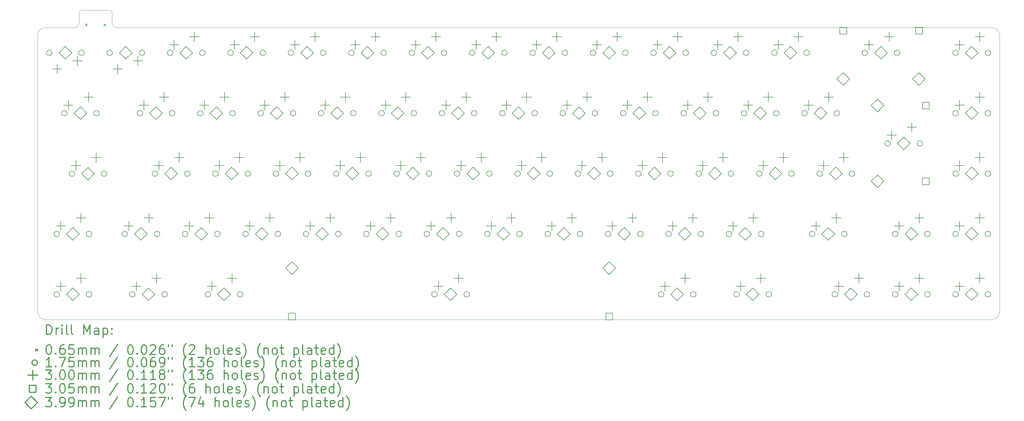
<source format=gbr>
%FSLAX45Y45*%
G04 Gerber Fmt 4.5, Leading zero omitted, Abs format (unit mm)*
G04 Created by KiCad (PCBNEW (5.1.6)-1) date 2021-08-22 23:35:56*
%MOMM*%
%LPD*%
G01*
G04 APERTURE LIST*
%TA.AperFunction,Profile*%
%ADD10C,0.100000*%
%TD*%
%ADD11C,0.200000*%
%ADD12C,0.300000*%
G04 APERTURE END LIST*
D10*
X7262196Y-7458110D02*
G75*
G03*
X7182795Y-7537410I-20J-79381D01*
G01*
X35956295Y-17221210D02*
G75*
G03*
X36194395Y-16983110I129J237971D01*
G01*
X36194395Y-16983110D02*
X36194395Y-8251810D01*
X8214695Y-7854910D02*
G75*
G03*
X8373396Y-8013710I158760J-40D01*
G01*
X8214696Y-7854910D02*
X8214695Y-7537410D01*
X6111195Y-8013710D02*
G75*
G03*
X5873094Y-8251810I40J-238141D01*
G01*
X6111195Y-17221210D02*
X35956295Y-17221210D01*
X7024095Y-8013710D02*
G75*
G03*
X7182795Y-7854910I-59J158760D01*
G01*
X8214695Y-7537410D02*
G75*
G03*
X8135295Y-7458110I-79381J-81D01*
G01*
X5873094Y-16983110D02*
G75*
G03*
X6111195Y-17221210I238141J41D01*
G01*
X7182795Y-7537410D02*
X7182795Y-7854910D01*
X36194395Y-8251810D02*
G75*
G03*
X35956295Y-8013710I-237971J130D01*
G01*
X8135295Y-7458110D02*
X7262196Y-7458110D01*
X35956295Y-8013710D02*
X8373396Y-8013710D01*
X5873094Y-8251810D02*
X5873094Y-16983110D01*
X7024095Y-8013710D02*
X6111195Y-8013710D01*
D11*
X7376224Y-7896776D02*
X7441224Y-7961776D01*
X7441224Y-7896776D02*
X7376224Y-7961776D01*
X7954224Y-7896776D02*
X8019224Y-7961776D01*
X8019224Y-7896776D02*
X7954224Y-7961776D01*
X30376238Y-14522577D02*
G75*
G03*
X30376238Y-14522577I-87500J0D01*
G01*
X31392238Y-14522577D02*
G75*
G03*
X31392238Y-14522577I-87500J0D01*
G01*
X25851863Y-14522577D02*
G75*
G03*
X25851863Y-14522577I-87500J0D01*
G01*
X26867863Y-14522577D02*
G75*
G03*
X26867863Y-14522577I-87500J0D01*
G01*
X17755613Y-8807577D02*
G75*
G03*
X17755613Y-8807577I-87500J0D01*
G01*
X18771613Y-8807577D02*
G75*
G03*
X18771613Y-8807577I-87500J0D01*
G01*
X14421863Y-14522577D02*
G75*
G03*
X14421863Y-14522577I-87500J0D01*
G01*
X15437863Y-14522577D02*
G75*
G03*
X15437863Y-14522577I-87500J0D01*
G01*
X32757488Y-11665077D02*
G75*
G03*
X32757488Y-11665077I-87500J0D01*
G01*
X33773488Y-11665077D02*
G75*
G03*
X33773488Y-11665077I-87500J0D01*
G01*
X24423113Y-10712577D02*
G75*
G03*
X24423113Y-10712577I-87500J0D01*
G01*
X25439113Y-10712577D02*
G75*
G03*
X25439113Y-10712577I-87500J0D01*
G01*
X17279363Y-12617577D02*
G75*
G03*
X17279363Y-12617577I-87500J0D01*
G01*
X18295363Y-12617577D02*
G75*
G03*
X18295363Y-12617577I-87500J0D01*
G01*
X20613113Y-10712577D02*
G75*
G03*
X20613113Y-10712577I-87500J0D01*
G01*
X21629113Y-10712577D02*
G75*
G03*
X21629113Y-10712577I-87500J0D01*
G01*
X6801863Y-10712577D02*
G75*
G03*
X6801863Y-10712577I-87500J0D01*
G01*
X7817863Y-10712577D02*
G75*
G03*
X7817863Y-10712577I-87500J0D01*
G01*
X21089363Y-12617577D02*
G75*
G03*
X21089363Y-12617577I-87500J0D01*
G01*
X22105363Y-12617577D02*
G75*
G03*
X22105363Y-12617577I-87500J0D01*
G01*
X31090613Y-16427577D02*
G75*
G03*
X31090613Y-16427577I-87500J0D01*
G01*
X32106613Y-16427577D02*
G75*
G03*
X32106613Y-16427577I-87500J0D01*
G01*
X12040613Y-8807577D02*
G75*
G03*
X12040613Y-8807577I-87500J0D01*
G01*
X13056613Y-8807577D02*
G75*
G03*
X13056613Y-8807577I-87500J0D01*
G01*
X10135613Y-8807577D02*
G75*
G03*
X10135613Y-8807577I-87500J0D01*
G01*
X11151613Y-8807577D02*
G75*
G03*
X11151613Y-8807577I-87500J0D01*
G01*
X32995613Y-14522577D02*
G75*
G03*
X32995613Y-14522577I-87500J0D01*
G01*
X34011613Y-14522577D02*
G75*
G03*
X34011613Y-14522577I-87500J0D01*
G01*
X6563738Y-16427577D02*
G75*
G03*
X6563738Y-16427577I-87500J0D01*
G01*
X7579738Y-16427577D02*
G75*
G03*
X7579738Y-16427577I-87500J0D01*
G01*
X18708113Y-10712577D02*
G75*
G03*
X18708113Y-10712577I-87500J0D01*
G01*
X19724113Y-10712577D02*
G75*
G03*
X19724113Y-10712577I-87500J0D01*
G01*
X34900613Y-12617577D02*
G75*
G03*
X34900613Y-12617577I-87500J0D01*
G01*
X35916613Y-12617577D02*
G75*
G03*
X35916613Y-12617577I-87500J0D01*
G01*
X30614363Y-12617577D02*
G75*
G03*
X30614363Y-12617577I-87500J0D01*
G01*
X31630363Y-12617577D02*
G75*
G03*
X31630363Y-12617577I-87500J0D01*
G01*
X34900613Y-16427577D02*
G75*
G03*
X34900613Y-16427577I-87500J0D01*
G01*
X35916613Y-16427577D02*
G75*
G03*
X35916613Y-16427577I-87500J0D01*
G01*
X28709363Y-12617577D02*
G75*
G03*
X28709363Y-12617577I-87500J0D01*
G01*
X29725363Y-12617577D02*
G75*
G03*
X29725363Y-12617577I-87500J0D01*
G01*
X12993113Y-10712577D02*
G75*
G03*
X12993113Y-10712577I-87500J0D01*
G01*
X14009113Y-10712577D02*
G75*
G03*
X14009113Y-10712577I-87500J0D01*
G01*
X26804363Y-12617577D02*
G75*
G03*
X26804363Y-12617577I-87500J0D01*
G01*
X27820363Y-12617577D02*
G75*
G03*
X27820363Y-12617577I-87500J0D01*
G01*
X34900613Y-14522577D02*
G75*
G03*
X34900613Y-14522577I-87500J0D01*
G01*
X35916613Y-14522577D02*
G75*
G03*
X35916613Y-14522577I-87500J0D01*
G01*
X11326238Y-16427577D02*
G75*
G03*
X11326238Y-16427577I-87500J0D01*
G01*
X12342238Y-16427577D02*
G75*
G03*
X12342238Y-16427577I-87500J0D01*
G01*
X19660613Y-8807577D02*
G75*
G03*
X19660613Y-8807577I-87500J0D01*
G01*
X20676613Y-8807577D02*
G75*
G03*
X20676613Y-8807577I-87500J0D01*
G01*
X13469363Y-12617577D02*
G75*
G03*
X13469363Y-12617577I-87500J0D01*
G01*
X14485363Y-12617577D02*
G75*
G03*
X14485363Y-12617577I-87500J0D01*
G01*
X13945613Y-8807577D02*
G75*
G03*
X13945613Y-8807577I-87500J0D01*
G01*
X14961613Y-8807577D02*
G75*
G03*
X14961613Y-8807577I-87500J0D01*
G01*
X34900613Y-8807577D02*
G75*
G03*
X34900613Y-8807577I-87500J0D01*
G01*
X35916613Y-8807577D02*
G75*
G03*
X35916613Y-8807577I-87500J0D01*
G01*
X11564363Y-12617577D02*
G75*
G03*
X11564363Y-12617577I-87500J0D01*
G01*
X12580363Y-12617577D02*
G75*
G03*
X12580363Y-12617577I-87500J0D01*
G01*
X25375613Y-8807577D02*
G75*
G03*
X25375613Y-8807577I-87500J0D01*
G01*
X26391613Y-8807577D02*
G75*
G03*
X26391613Y-8807577I-87500J0D01*
G01*
X19184363Y-12617577D02*
G75*
G03*
X19184363Y-12617577I-87500J0D01*
G01*
X20200363Y-12617577D02*
G75*
G03*
X20200363Y-12617577I-87500J0D01*
G01*
X6563738Y-14522577D02*
G75*
G03*
X6563738Y-14522577I-87500J0D01*
G01*
X7579738Y-14522577D02*
G75*
G03*
X7579738Y-14522577I-87500J0D01*
G01*
X32995613Y-16427577D02*
G75*
G03*
X32995613Y-16427577I-87500J0D01*
G01*
X34011613Y-16427577D02*
G75*
G03*
X34011613Y-16427577I-87500J0D01*
G01*
X8230613Y-8807577D02*
G75*
G03*
X8230613Y-8807577I-87500J0D01*
G01*
X9246613Y-8807577D02*
G75*
G03*
X9246613Y-8807577I-87500J0D01*
G01*
X8944988Y-16427577D02*
G75*
G03*
X8944988Y-16427577I-87500J0D01*
G01*
X9960988Y-16427577D02*
G75*
G03*
X9960988Y-16427577I-87500J0D01*
G01*
X27756863Y-14522577D02*
G75*
G03*
X27756863Y-14522577I-87500J0D01*
G01*
X28772863Y-14522577D02*
G75*
G03*
X28772863Y-14522577I-87500J0D01*
G01*
X21565613Y-8807577D02*
G75*
G03*
X21565613Y-8807577I-87500J0D01*
G01*
X22581613Y-8807577D02*
G75*
G03*
X22581613Y-8807577I-87500J0D01*
G01*
X24899363Y-12617577D02*
G75*
G03*
X24899363Y-12617577I-87500J0D01*
G01*
X25915363Y-12617577D02*
G75*
G03*
X25915363Y-12617577I-87500J0D01*
G01*
X16803113Y-10712577D02*
G75*
G03*
X16803113Y-10712577I-87500J0D01*
G01*
X17819113Y-10712577D02*
G75*
G03*
X17819113Y-10712577I-87500J0D01*
G01*
X34900613Y-10712577D02*
G75*
G03*
X34900613Y-10712577I-87500J0D01*
G01*
X35916613Y-10712577D02*
G75*
G03*
X35916613Y-10712577I-87500J0D01*
G01*
X30138113Y-10712577D02*
G75*
G03*
X30138113Y-10712577I-87500J0D01*
G01*
X31154113Y-10712577D02*
G75*
G03*
X31154113Y-10712577I-87500J0D01*
G01*
X23470613Y-8807577D02*
G75*
G03*
X23470613Y-8807577I-87500J0D01*
G01*
X24486613Y-8807577D02*
G75*
G03*
X24486613Y-8807577I-87500J0D01*
G01*
X7040750Y-12619990D02*
G75*
G03*
X7040750Y-12619990I-87500J0D01*
G01*
X8056750Y-12619990D02*
G75*
G03*
X8056750Y-12619990I-87500J0D01*
G01*
X18231863Y-14522577D02*
G75*
G03*
X18231863Y-14522577I-87500J0D01*
G01*
X19247863Y-14522577D02*
G75*
G03*
X19247863Y-14522577I-87500J0D01*
G01*
X18469988Y-16427577D02*
G75*
G03*
X18469988Y-16427577I-87500J0D01*
G01*
X19485988Y-16427577D02*
G75*
G03*
X19485988Y-16427577I-87500J0D01*
G01*
X25613738Y-16427577D02*
G75*
G03*
X25613738Y-16427577I-87500J0D01*
G01*
X26629738Y-16427577D02*
G75*
G03*
X26629738Y-16427577I-87500J0D01*
G01*
X29185613Y-8807577D02*
G75*
G03*
X29185613Y-8807577I-87500J0D01*
G01*
X30201613Y-8807577D02*
G75*
G03*
X30201613Y-8807577I-87500J0D01*
G01*
X8706863Y-14522577D02*
G75*
G03*
X8706863Y-14522577I-87500J0D01*
G01*
X9722863Y-14522577D02*
G75*
G03*
X9722863Y-14522577I-87500J0D01*
G01*
X22518113Y-10712577D02*
G75*
G03*
X22518113Y-10712577I-87500J0D01*
G01*
X23534113Y-10712577D02*
G75*
G03*
X23534113Y-10712577I-87500J0D01*
G01*
X15374363Y-12617577D02*
G75*
G03*
X15374363Y-12617577I-87500J0D01*
G01*
X16390363Y-12617577D02*
G75*
G03*
X16390363Y-12617577I-87500J0D01*
G01*
X32043113Y-8807577D02*
G75*
G03*
X32043113Y-8807577I-87500J0D01*
G01*
X33059113Y-8807577D02*
G75*
G03*
X33059113Y-8807577I-87500J0D01*
G01*
X16326863Y-14522577D02*
G75*
G03*
X16326863Y-14522577I-87500J0D01*
G01*
X17342863Y-14522577D02*
G75*
G03*
X17342863Y-14522577I-87500J0D01*
G01*
X6325613Y-8807577D02*
G75*
G03*
X6325613Y-8807577I-87500J0D01*
G01*
X7341613Y-8807577D02*
G75*
G03*
X7341613Y-8807577I-87500J0D01*
G01*
X20136863Y-14522577D02*
G75*
G03*
X20136863Y-14522577I-87500J0D01*
G01*
X21152863Y-14522577D02*
G75*
G03*
X21152863Y-14522577I-87500J0D01*
G01*
X27994988Y-16427577D02*
G75*
G03*
X27994988Y-16427577I-87500J0D01*
G01*
X29010988Y-16427577D02*
G75*
G03*
X29010988Y-16427577I-87500J0D01*
G01*
X10611863Y-14522577D02*
G75*
G03*
X10611863Y-14522577I-87500J0D01*
G01*
X11627863Y-14522577D02*
G75*
G03*
X11627863Y-14522577I-87500J0D01*
G01*
X9183113Y-10712577D02*
G75*
G03*
X9183113Y-10712577I-87500J0D01*
G01*
X10199113Y-10712577D02*
G75*
G03*
X10199113Y-10712577I-87500J0D01*
G01*
X22994363Y-12617577D02*
G75*
G03*
X22994363Y-12617577I-87500J0D01*
G01*
X24010363Y-12617577D02*
G75*
G03*
X24010363Y-12617577I-87500J0D01*
G01*
X27280613Y-8807577D02*
G75*
G03*
X27280613Y-8807577I-87500J0D01*
G01*
X28296613Y-8807577D02*
G75*
G03*
X28296613Y-8807577I-87500J0D01*
G01*
X26328113Y-10712577D02*
G75*
G03*
X26328113Y-10712577I-87500J0D01*
G01*
X27344113Y-10712577D02*
G75*
G03*
X27344113Y-10712577I-87500J0D01*
G01*
X23946863Y-14522577D02*
G75*
G03*
X23946863Y-14522577I-87500J0D01*
G01*
X24962863Y-14522577D02*
G75*
G03*
X24962863Y-14522577I-87500J0D01*
G01*
X22041863Y-14522577D02*
G75*
G03*
X22041863Y-14522577I-87500J0D01*
G01*
X23057863Y-14522577D02*
G75*
G03*
X23057863Y-14522577I-87500J0D01*
G01*
X15850613Y-8807577D02*
G75*
G03*
X15850613Y-8807577I-87500J0D01*
G01*
X16866613Y-8807577D02*
G75*
G03*
X16866613Y-8807577I-87500J0D01*
G01*
X12516863Y-14522577D02*
G75*
G03*
X12516863Y-14522577I-87500J0D01*
G01*
X13532863Y-14522577D02*
G75*
G03*
X13532863Y-14522577I-87500J0D01*
G01*
X14898113Y-10712577D02*
G75*
G03*
X14898113Y-10712577I-87500J0D01*
G01*
X15914113Y-10712577D02*
G75*
G03*
X15914113Y-10712577I-87500J0D01*
G01*
X9659363Y-12617577D02*
G75*
G03*
X9659363Y-12617577I-87500J0D01*
G01*
X10675363Y-12617577D02*
G75*
G03*
X10675363Y-12617577I-87500J0D01*
G01*
X11088113Y-10712577D02*
G75*
G03*
X11088113Y-10712577I-87500J0D01*
G01*
X12104113Y-10712577D02*
G75*
G03*
X12104113Y-10712577I-87500J0D01*
G01*
X28233113Y-10712577D02*
G75*
G03*
X28233113Y-10712577I-87500J0D01*
G01*
X29249113Y-10712577D02*
G75*
G03*
X29249113Y-10712577I-87500J0D01*
G01*
X30415738Y-14118577D02*
X30415738Y-14418577D01*
X30265738Y-14268577D02*
X30565738Y-14268577D01*
X31050738Y-13864577D02*
X31050738Y-14164577D01*
X30900738Y-14014577D02*
X31200738Y-14014577D01*
X25891363Y-14118577D02*
X25891363Y-14418577D01*
X25741363Y-14268577D02*
X26041363Y-14268577D01*
X26526363Y-13864577D02*
X26526363Y-14164577D01*
X26376363Y-14014577D02*
X26676363Y-14014577D01*
X17795113Y-8403577D02*
X17795113Y-8703577D01*
X17645113Y-8553577D02*
X17945113Y-8553577D01*
X18430113Y-8149577D02*
X18430113Y-8449577D01*
X18280113Y-8299577D02*
X18580113Y-8299577D01*
X14461363Y-14118577D02*
X14461363Y-14418577D01*
X14311363Y-14268577D02*
X14611363Y-14268577D01*
X15096363Y-13864577D02*
X15096363Y-14164577D01*
X14946363Y-14014577D02*
X15246363Y-14014577D01*
X32796988Y-11261077D02*
X32796988Y-11561077D01*
X32646988Y-11411077D02*
X32946988Y-11411077D01*
X33431988Y-11007077D02*
X33431988Y-11307077D01*
X33281988Y-11157077D02*
X33581988Y-11157077D01*
X24462613Y-10308577D02*
X24462613Y-10608577D01*
X24312613Y-10458577D02*
X24612613Y-10458577D01*
X25097613Y-10054577D02*
X25097613Y-10354577D01*
X24947613Y-10204577D02*
X25247613Y-10204577D01*
X17318863Y-12213577D02*
X17318863Y-12513577D01*
X17168863Y-12363577D02*
X17468863Y-12363577D01*
X17953863Y-11959577D02*
X17953863Y-12259577D01*
X17803863Y-12109577D02*
X18103863Y-12109577D01*
X20652613Y-10308577D02*
X20652613Y-10608577D01*
X20502613Y-10458577D02*
X20802613Y-10458577D01*
X21287613Y-10054577D02*
X21287613Y-10354577D01*
X21137613Y-10204577D02*
X21437613Y-10204577D01*
X6841363Y-10308577D02*
X6841363Y-10608577D01*
X6691363Y-10458577D02*
X6991363Y-10458577D01*
X7476363Y-10054577D02*
X7476363Y-10354577D01*
X7326363Y-10204577D02*
X7626363Y-10204577D01*
X21128863Y-12213577D02*
X21128863Y-12513577D01*
X20978863Y-12363577D02*
X21278863Y-12363577D01*
X21763863Y-11959577D02*
X21763863Y-12259577D01*
X21613863Y-12109577D02*
X21913863Y-12109577D01*
X31130113Y-16023577D02*
X31130113Y-16323577D01*
X30980113Y-16173577D02*
X31280113Y-16173577D01*
X31765113Y-15769577D02*
X31765113Y-16069577D01*
X31615113Y-15919577D02*
X31915113Y-15919577D01*
X12080113Y-8403577D02*
X12080113Y-8703577D01*
X11930113Y-8553577D02*
X12230113Y-8553577D01*
X12715113Y-8149577D02*
X12715113Y-8449577D01*
X12565113Y-8299577D02*
X12865113Y-8299577D01*
X10175113Y-8403577D02*
X10175113Y-8703577D01*
X10025113Y-8553577D02*
X10325113Y-8553577D01*
X10810113Y-8149577D02*
X10810113Y-8449577D01*
X10660113Y-8299577D02*
X10960113Y-8299577D01*
X33035113Y-14118577D02*
X33035113Y-14418577D01*
X32885113Y-14268577D02*
X33185113Y-14268577D01*
X33670113Y-13864577D02*
X33670113Y-14164577D01*
X33520113Y-14014577D02*
X33820113Y-14014577D01*
X6603238Y-16023577D02*
X6603238Y-16323577D01*
X6453238Y-16173577D02*
X6753238Y-16173577D01*
X7238238Y-15769577D02*
X7238238Y-16069577D01*
X7088238Y-15919577D02*
X7388238Y-15919577D01*
X18747613Y-10308577D02*
X18747613Y-10608577D01*
X18597613Y-10458577D02*
X18897613Y-10458577D01*
X19382613Y-10054577D02*
X19382613Y-10354577D01*
X19232613Y-10204577D02*
X19532613Y-10204577D01*
X34940113Y-12213577D02*
X34940113Y-12513577D01*
X34790113Y-12363577D02*
X35090113Y-12363577D01*
X35575113Y-11959577D02*
X35575113Y-12259577D01*
X35425113Y-12109577D02*
X35725113Y-12109577D01*
X30653863Y-12213577D02*
X30653863Y-12513577D01*
X30503863Y-12363577D02*
X30803863Y-12363577D01*
X31288863Y-11959577D02*
X31288863Y-12259577D01*
X31138863Y-12109577D02*
X31438863Y-12109577D01*
X34940113Y-16023577D02*
X34940113Y-16323577D01*
X34790113Y-16173577D02*
X35090113Y-16173577D01*
X35575113Y-15769577D02*
X35575113Y-16069577D01*
X35425113Y-15919577D02*
X35725113Y-15919577D01*
X28748863Y-12213577D02*
X28748863Y-12513577D01*
X28598863Y-12363577D02*
X28898863Y-12363577D01*
X29383863Y-11959577D02*
X29383863Y-12259577D01*
X29233863Y-12109577D02*
X29533863Y-12109577D01*
X13032613Y-10308577D02*
X13032613Y-10608577D01*
X12882613Y-10458577D02*
X13182613Y-10458577D01*
X13667613Y-10054577D02*
X13667613Y-10354577D01*
X13517613Y-10204577D02*
X13817613Y-10204577D01*
X26843863Y-12213577D02*
X26843863Y-12513577D01*
X26693863Y-12363577D02*
X26993863Y-12363577D01*
X27478863Y-11959577D02*
X27478863Y-12259577D01*
X27328863Y-12109577D02*
X27628863Y-12109577D01*
X34940113Y-14118577D02*
X34940113Y-14418577D01*
X34790113Y-14268577D02*
X35090113Y-14268577D01*
X35575113Y-13864577D02*
X35575113Y-14164577D01*
X35425113Y-14014577D02*
X35725113Y-14014577D01*
X11365738Y-16023577D02*
X11365738Y-16323577D01*
X11215738Y-16173577D02*
X11515738Y-16173577D01*
X12000738Y-15769577D02*
X12000738Y-16069577D01*
X11850738Y-15919577D02*
X12150738Y-15919577D01*
X19700113Y-8403577D02*
X19700113Y-8703577D01*
X19550113Y-8553577D02*
X19850113Y-8553577D01*
X20335113Y-8149577D02*
X20335113Y-8449577D01*
X20185113Y-8299577D02*
X20485113Y-8299577D01*
X13508863Y-12213577D02*
X13508863Y-12513577D01*
X13358863Y-12363577D02*
X13658863Y-12363577D01*
X14143863Y-11959577D02*
X14143863Y-12259577D01*
X13993863Y-12109577D02*
X14293863Y-12109577D01*
X13985113Y-8403577D02*
X13985113Y-8703577D01*
X13835113Y-8553577D02*
X14135113Y-8553577D01*
X14620113Y-8149577D02*
X14620113Y-8449577D01*
X14470113Y-8299577D02*
X14770113Y-8299577D01*
X34940113Y-8403577D02*
X34940113Y-8703577D01*
X34790113Y-8553577D02*
X35090113Y-8553577D01*
X35575113Y-8149577D02*
X35575113Y-8449577D01*
X35425113Y-8299577D02*
X35725113Y-8299577D01*
X11603863Y-12213577D02*
X11603863Y-12513577D01*
X11453863Y-12363577D02*
X11753863Y-12363577D01*
X12238863Y-11959577D02*
X12238863Y-12259577D01*
X12088863Y-12109577D02*
X12388863Y-12109577D01*
X25415113Y-8403577D02*
X25415113Y-8703577D01*
X25265113Y-8553577D02*
X25565113Y-8553577D01*
X26050113Y-8149577D02*
X26050113Y-8449577D01*
X25900113Y-8299577D02*
X26200113Y-8299577D01*
X19223863Y-12213577D02*
X19223863Y-12513577D01*
X19073863Y-12363577D02*
X19373863Y-12363577D01*
X19858863Y-11959577D02*
X19858863Y-12259577D01*
X19708863Y-12109577D02*
X20008863Y-12109577D01*
X6603238Y-14118577D02*
X6603238Y-14418577D01*
X6453238Y-14268577D02*
X6753238Y-14268577D01*
X7238238Y-13864577D02*
X7238238Y-14164577D01*
X7088238Y-14014577D02*
X7388238Y-14014577D01*
X33035113Y-16023577D02*
X33035113Y-16323577D01*
X32885113Y-16173577D02*
X33185113Y-16173577D01*
X33670113Y-15769577D02*
X33670113Y-16069577D01*
X33520113Y-15919577D02*
X33820113Y-15919577D01*
X8397113Y-9165577D02*
X8397113Y-9465577D01*
X8247113Y-9315577D02*
X8547113Y-9315577D01*
X9032113Y-8911577D02*
X9032113Y-9211577D01*
X8882113Y-9061577D02*
X9182113Y-9061577D01*
X8984488Y-16023577D02*
X8984488Y-16323577D01*
X8834488Y-16173577D02*
X9134488Y-16173577D01*
X9619488Y-15769577D02*
X9619488Y-16069577D01*
X9469488Y-15919577D02*
X9769488Y-15919577D01*
X27796363Y-14118577D02*
X27796363Y-14418577D01*
X27646363Y-14268577D02*
X27946363Y-14268577D01*
X28431363Y-13864577D02*
X28431363Y-14164577D01*
X28281363Y-14014577D02*
X28581363Y-14014577D01*
X21605113Y-8403577D02*
X21605113Y-8703577D01*
X21455113Y-8553577D02*
X21755113Y-8553577D01*
X22240113Y-8149577D02*
X22240113Y-8449577D01*
X22090113Y-8299577D02*
X22390113Y-8299577D01*
X24938863Y-12213577D02*
X24938863Y-12513577D01*
X24788863Y-12363577D02*
X25088863Y-12363577D01*
X25573863Y-11959577D02*
X25573863Y-12259577D01*
X25423863Y-12109577D02*
X25723863Y-12109577D01*
X16842613Y-10308577D02*
X16842613Y-10608577D01*
X16692613Y-10458577D02*
X16992613Y-10458577D01*
X17477613Y-10054577D02*
X17477613Y-10354577D01*
X17327613Y-10204577D02*
X17627613Y-10204577D01*
X34940113Y-10308577D02*
X34940113Y-10608577D01*
X34790113Y-10458577D02*
X35090113Y-10458577D01*
X35575113Y-10054577D02*
X35575113Y-10354577D01*
X35425113Y-10204577D02*
X35725113Y-10204577D01*
X30177613Y-10308577D02*
X30177613Y-10608577D01*
X30027613Y-10458577D02*
X30327613Y-10458577D01*
X30812613Y-10054577D02*
X30812613Y-10354577D01*
X30662613Y-10204577D02*
X30962613Y-10204577D01*
X23510113Y-8403577D02*
X23510113Y-8703577D01*
X23360113Y-8553577D02*
X23660113Y-8553577D01*
X24145113Y-8149577D02*
X24145113Y-8449577D01*
X23995113Y-8299577D02*
X24295113Y-8299577D01*
X7080250Y-12215990D02*
X7080250Y-12515990D01*
X6930250Y-12365990D02*
X7230250Y-12365990D01*
X7715250Y-11961990D02*
X7715250Y-12261990D01*
X7565250Y-12111990D02*
X7865250Y-12111990D01*
X18271363Y-14118577D02*
X18271363Y-14418577D01*
X18121363Y-14268577D02*
X18421363Y-14268577D01*
X18906363Y-13864577D02*
X18906363Y-14164577D01*
X18756363Y-14014577D02*
X19056363Y-14014577D01*
X18509488Y-16023577D02*
X18509488Y-16323577D01*
X18359488Y-16173577D02*
X18659488Y-16173577D01*
X19144488Y-15769577D02*
X19144488Y-16069577D01*
X18994488Y-15919577D02*
X19294488Y-15919577D01*
X25653238Y-16023577D02*
X25653238Y-16323577D01*
X25503238Y-16173577D02*
X25803238Y-16173577D01*
X26288238Y-15769577D02*
X26288238Y-16069577D01*
X26138238Y-15919577D02*
X26438238Y-15919577D01*
X29225113Y-8403577D02*
X29225113Y-8703577D01*
X29075113Y-8553577D02*
X29375113Y-8553577D01*
X29860113Y-8149577D02*
X29860113Y-8449577D01*
X29710113Y-8299577D02*
X30010113Y-8299577D01*
X8746363Y-14118577D02*
X8746363Y-14418577D01*
X8596363Y-14268577D02*
X8896363Y-14268577D01*
X9381363Y-13864577D02*
X9381363Y-14164577D01*
X9231363Y-14014577D02*
X9531363Y-14014577D01*
X22557613Y-10308577D02*
X22557613Y-10608577D01*
X22407613Y-10458577D02*
X22707613Y-10458577D01*
X23192613Y-10054577D02*
X23192613Y-10354577D01*
X23042613Y-10204577D02*
X23342613Y-10204577D01*
X15413863Y-12213577D02*
X15413863Y-12513577D01*
X15263863Y-12363577D02*
X15563863Y-12363577D01*
X16048863Y-11959577D02*
X16048863Y-12259577D01*
X15898863Y-12109577D02*
X16198863Y-12109577D01*
X32082613Y-8403577D02*
X32082613Y-8703577D01*
X31932613Y-8553577D02*
X32232613Y-8553577D01*
X32717613Y-8149577D02*
X32717613Y-8449577D01*
X32567613Y-8299577D02*
X32867613Y-8299577D01*
X16366363Y-14118577D02*
X16366363Y-14418577D01*
X16216363Y-14268577D02*
X16516363Y-14268577D01*
X17001363Y-13864577D02*
X17001363Y-14164577D01*
X16851363Y-14014577D02*
X17151363Y-14014577D01*
X6492113Y-9165577D02*
X6492113Y-9465577D01*
X6342113Y-9315577D02*
X6642113Y-9315577D01*
X7127113Y-8911577D02*
X7127113Y-9211577D01*
X6977113Y-9061577D02*
X7277113Y-9061577D01*
X20176363Y-14118577D02*
X20176363Y-14418577D01*
X20026363Y-14268577D02*
X20326363Y-14268577D01*
X20811363Y-13864577D02*
X20811363Y-14164577D01*
X20661363Y-14014577D02*
X20961363Y-14014577D01*
X28034488Y-16023577D02*
X28034488Y-16323577D01*
X27884488Y-16173577D02*
X28184488Y-16173577D01*
X28669488Y-15769577D02*
X28669488Y-16069577D01*
X28519488Y-15919577D02*
X28819488Y-15919577D01*
X10651363Y-14118577D02*
X10651363Y-14418577D01*
X10501363Y-14268577D02*
X10801363Y-14268577D01*
X11286363Y-13864577D02*
X11286363Y-14164577D01*
X11136363Y-14014577D02*
X11436363Y-14014577D01*
X9222613Y-10308577D02*
X9222613Y-10608577D01*
X9072613Y-10458577D02*
X9372613Y-10458577D01*
X9857613Y-10054577D02*
X9857613Y-10354577D01*
X9707613Y-10204577D02*
X10007613Y-10204577D01*
X23033863Y-12213577D02*
X23033863Y-12513577D01*
X22883863Y-12363577D02*
X23183863Y-12363577D01*
X23668863Y-11959577D02*
X23668863Y-12259577D01*
X23518863Y-12109577D02*
X23818863Y-12109577D01*
X27320113Y-8403577D02*
X27320113Y-8703577D01*
X27170113Y-8553577D02*
X27470113Y-8553577D01*
X27955113Y-8149577D02*
X27955113Y-8449577D01*
X27805113Y-8299577D02*
X28105113Y-8299577D01*
X26367613Y-10308577D02*
X26367613Y-10608577D01*
X26217613Y-10458577D02*
X26517613Y-10458577D01*
X27002613Y-10054577D02*
X27002613Y-10354577D01*
X26852613Y-10204577D02*
X27152613Y-10204577D01*
X23986363Y-14118577D02*
X23986363Y-14418577D01*
X23836363Y-14268577D02*
X24136363Y-14268577D01*
X24621363Y-13864577D02*
X24621363Y-14164577D01*
X24471363Y-14014577D02*
X24771363Y-14014577D01*
X22081363Y-14118577D02*
X22081363Y-14418577D01*
X21931363Y-14268577D02*
X22231363Y-14268577D01*
X22716363Y-13864577D02*
X22716363Y-14164577D01*
X22566363Y-14014577D02*
X22866363Y-14014577D01*
X15890113Y-8403577D02*
X15890113Y-8703577D01*
X15740113Y-8553577D02*
X16040113Y-8553577D01*
X16525113Y-8149577D02*
X16525113Y-8449577D01*
X16375113Y-8299577D02*
X16675113Y-8299577D01*
X12556363Y-14118577D02*
X12556363Y-14418577D01*
X12406363Y-14268577D02*
X12706363Y-14268577D01*
X13191363Y-13864577D02*
X13191363Y-14164577D01*
X13041363Y-14014577D02*
X13341363Y-14014577D01*
X14937613Y-10308577D02*
X14937613Y-10608577D01*
X14787613Y-10458577D02*
X15087613Y-10458577D01*
X15572613Y-10054577D02*
X15572613Y-10354577D01*
X15422613Y-10204577D02*
X15722613Y-10204577D01*
X9698863Y-12213577D02*
X9698863Y-12513577D01*
X9548863Y-12363577D02*
X9848863Y-12363577D01*
X10333863Y-11959577D02*
X10333863Y-12259577D01*
X10183863Y-12109577D02*
X10483863Y-12109577D01*
X11127613Y-10308577D02*
X11127613Y-10608577D01*
X10977613Y-10458577D02*
X11277613Y-10458577D01*
X11762613Y-10054577D02*
X11762613Y-10354577D01*
X11612613Y-10204577D02*
X11912613Y-10204577D01*
X28272613Y-10308577D02*
X28272613Y-10608577D01*
X28122613Y-10458577D02*
X28422613Y-10458577D01*
X28907613Y-10054577D02*
X28907613Y-10354577D01*
X28757613Y-10204577D02*
X29057613Y-10204577D01*
X13998262Y-17233841D02*
X13998262Y-17018313D01*
X13782734Y-17018313D01*
X13782734Y-17233841D01*
X13998262Y-17233841D01*
X23998242Y-17233841D02*
X23998242Y-17018313D01*
X23782714Y-17018313D01*
X23782714Y-17233841D01*
X23998242Y-17233841D01*
X31377577Y-8216841D02*
X31377577Y-8001313D01*
X31162049Y-8001313D01*
X31162049Y-8216841D01*
X31377577Y-8216841D01*
X33765177Y-8216841D02*
X33765177Y-8001313D01*
X33549649Y-8001313D01*
X33549649Y-8216841D01*
X33765177Y-8216841D01*
X33984252Y-10579041D02*
X33984252Y-10363513D01*
X33768724Y-10363513D01*
X33768724Y-10579041D01*
X33984252Y-10579041D01*
X33984252Y-12966641D02*
X33984252Y-12751113D01*
X33768724Y-12751113D01*
X33768724Y-12966641D01*
X33984252Y-12966641D01*
X18652363Y-14721967D02*
X18851753Y-14522577D01*
X18652363Y-14323187D01*
X18452973Y-14522577D01*
X18652363Y-14721967D01*
X13890498Y-15801467D02*
X14089888Y-15602077D01*
X13890498Y-15402687D01*
X13691108Y-15602077D01*
X13890498Y-15801467D01*
X18890488Y-16626967D02*
X19089878Y-16427577D01*
X18890488Y-16228187D01*
X18691098Y-16427577D01*
X18890488Y-16626967D01*
X23890478Y-15801467D02*
X24089868Y-15602077D01*
X23890478Y-15402687D01*
X23691088Y-15602077D01*
X23890478Y-15801467D01*
X26034238Y-16626967D02*
X26233628Y-16427577D01*
X26034238Y-16228187D01*
X25834848Y-16427577D01*
X26034238Y-16626967D01*
X29606113Y-9006967D02*
X29805503Y-8807577D01*
X29606113Y-8608187D01*
X29406723Y-8807577D01*
X29606113Y-9006967D01*
X9127363Y-14721967D02*
X9326753Y-14522577D01*
X9127363Y-14323187D01*
X8927973Y-14522577D01*
X9127363Y-14721967D01*
X22938613Y-10911967D02*
X23138003Y-10712577D01*
X22938613Y-10513187D01*
X22739223Y-10712577D01*
X22938613Y-10911967D01*
X15794863Y-12816967D02*
X15994253Y-12617577D01*
X15794863Y-12418187D01*
X15595473Y-12617577D01*
X15794863Y-12816967D01*
X31269813Y-9832467D02*
X31469203Y-9633077D01*
X31269813Y-9433687D01*
X31070423Y-9633077D01*
X31269813Y-9832467D01*
X32463613Y-9006967D02*
X32663003Y-8807577D01*
X32463613Y-8608187D01*
X32264223Y-8807577D01*
X32463613Y-9006967D01*
X33657413Y-9832467D02*
X33856803Y-9633077D01*
X33657413Y-9433687D01*
X33458023Y-9633077D01*
X33657413Y-9832467D01*
X16747363Y-14721967D02*
X16946753Y-14522577D01*
X16747363Y-14323187D01*
X16547973Y-14522577D01*
X16747363Y-14721967D01*
X6746113Y-9006967D02*
X6945503Y-8807577D01*
X6746113Y-8608187D01*
X6546723Y-8807577D01*
X6746113Y-9006967D01*
X20557363Y-14721967D02*
X20756753Y-14522577D01*
X20557363Y-14323187D01*
X20357973Y-14522577D01*
X20557363Y-14721967D01*
X28415488Y-16626967D02*
X28614878Y-16427577D01*
X28415488Y-16228187D01*
X28216098Y-16427577D01*
X28415488Y-16626967D01*
X11032363Y-14721967D02*
X11231753Y-14522577D01*
X11032363Y-14323187D01*
X10832973Y-14522577D01*
X11032363Y-14721967D01*
X9603613Y-10911967D02*
X9803003Y-10712577D01*
X9603613Y-10513187D01*
X9404223Y-10712577D01*
X9603613Y-10911967D01*
X23414863Y-12816967D02*
X23614253Y-12617577D01*
X23414863Y-12418187D01*
X23215473Y-12617577D01*
X23414863Y-12816967D01*
X27701113Y-9006967D02*
X27900503Y-8807577D01*
X27701113Y-8608187D01*
X27501723Y-8807577D01*
X27701113Y-9006967D01*
X26748613Y-10911967D02*
X26948003Y-10712577D01*
X26748613Y-10513187D01*
X26549223Y-10712577D01*
X26748613Y-10911967D01*
X24367363Y-14721967D02*
X24566753Y-14522577D01*
X24367363Y-14323187D01*
X24167973Y-14522577D01*
X24367363Y-14721967D01*
X22462363Y-14721967D02*
X22661753Y-14522577D01*
X22462363Y-14323187D01*
X22262973Y-14522577D01*
X22462363Y-14721967D01*
X16271113Y-9006967D02*
X16470503Y-8807577D01*
X16271113Y-8608187D01*
X16071723Y-8807577D01*
X16271113Y-9006967D01*
X12937363Y-14721967D02*
X13136753Y-14522577D01*
X12937363Y-14323187D01*
X12737973Y-14522577D01*
X12937363Y-14721967D01*
X15318613Y-10911967D02*
X15518003Y-10712577D01*
X15318613Y-10513187D01*
X15119223Y-10712577D01*
X15318613Y-10911967D01*
X10079863Y-12816967D02*
X10279253Y-12617577D01*
X10079863Y-12418187D01*
X9880473Y-12617577D01*
X10079863Y-12816967D01*
X11508613Y-10911967D02*
X11708003Y-10712577D01*
X11508613Y-10513187D01*
X11309223Y-10712577D01*
X11508613Y-10911967D01*
X28653613Y-10911967D02*
X28853003Y-10712577D01*
X28653613Y-10513187D01*
X28454223Y-10712577D01*
X28653613Y-10911967D01*
X30796738Y-14721967D02*
X30996128Y-14522577D01*
X30796738Y-14323187D01*
X30597348Y-14522577D01*
X30796738Y-14721967D01*
X26272363Y-14721967D02*
X26471753Y-14522577D01*
X26272363Y-14323187D01*
X26072973Y-14522577D01*
X26272363Y-14721967D01*
X18176113Y-9006967D02*
X18375503Y-8807577D01*
X18176113Y-8608187D01*
X17976723Y-8807577D01*
X18176113Y-9006967D01*
X14842363Y-14721967D02*
X15041753Y-14522577D01*
X14842363Y-14323187D01*
X14642973Y-14522577D01*
X14842363Y-14721967D01*
X32352488Y-10670667D02*
X32551878Y-10471277D01*
X32352488Y-10271887D01*
X32153098Y-10471277D01*
X32352488Y-10670667D01*
X32352488Y-13058267D02*
X32551878Y-12858877D01*
X32352488Y-12659487D01*
X32153098Y-12858877D01*
X32352488Y-13058267D01*
X33177988Y-11864467D02*
X33377378Y-11665077D01*
X33177988Y-11465687D01*
X32978598Y-11665077D01*
X33177988Y-11864467D01*
X24843613Y-10911967D02*
X25043003Y-10712577D01*
X24843613Y-10513187D01*
X24644223Y-10712577D01*
X24843613Y-10911967D01*
X17699863Y-12816967D02*
X17899253Y-12617577D01*
X17699863Y-12418187D01*
X17500473Y-12617577D01*
X17699863Y-12816967D01*
X21033613Y-10911967D02*
X21233003Y-10712577D01*
X21033613Y-10513187D01*
X20834223Y-10712577D01*
X21033613Y-10911967D01*
X7222363Y-10911967D02*
X7421753Y-10712577D01*
X7222363Y-10513187D01*
X7022973Y-10712577D01*
X7222363Y-10911967D01*
X21509863Y-12816967D02*
X21709253Y-12617577D01*
X21509863Y-12418187D01*
X21310473Y-12617577D01*
X21509863Y-12816967D01*
X31511113Y-16626967D02*
X31710503Y-16427577D01*
X31511113Y-16228187D01*
X31311723Y-16427577D01*
X31511113Y-16626967D01*
X12461113Y-9006967D02*
X12660503Y-8807577D01*
X12461113Y-8608187D01*
X12261723Y-8807577D01*
X12461113Y-9006967D01*
X10556113Y-9006967D02*
X10755503Y-8807577D01*
X10556113Y-8608187D01*
X10356723Y-8807577D01*
X10556113Y-9006967D01*
X33416113Y-14721967D02*
X33615503Y-14522577D01*
X33416113Y-14323187D01*
X33216723Y-14522577D01*
X33416113Y-14721967D01*
X6984238Y-16626967D02*
X7183628Y-16427577D01*
X6984238Y-16228187D01*
X6784848Y-16427577D01*
X6984238Y-16626967D01*
X19128613Y-10911967D02*
X19328003Y-10712577D01*
X19128613Y-10513187D01*
X18929223Y-10712577D01*
X19128613Y-10911967D01*
X35321113Y-12816967D02*
X35520503Y-12617577D01*
X35321113Y-12418187D01*
X35121723Y-12617577D01*
X35321113Y-12816967D01*
X31034863Y-12816967D02*
X31234253Y-12617577D01*
X31034863Y-12418187D01*
X30835473Y-12617577D01*
X31034863Y-12816967D01*
X35321113Y-16626967D02*
X35520503Y-16427577D01*
X35321113Y-16228187D01*
X35121723Y-16427577D01*
X35321113Y-16626967D01*
X29129863Y-12816967D02*
X29329253Y-12617577D01*
X29129863Y-12418187D01*
X28930473Y-12617577D01*
X29129863Y-12816967D01*
X13413613Y-10911967D02*
X13613003Y-10712577D01*
X13413613Y-10513187D01*
X13214223Y-10712577D01*
X13413613Y-10911967D01*
X27224863Y-12816967D02*
X27424253Y-12617577D01*
X27224863Y-12418187D01*
X27025473Y-12617577D01*
X27224863Y-12816967D01*
X35321113Y-14721967D02*
X35520503Y-14522577D01*
X35321113Y-14323187D01*
X35121723Y-14522577D01*
X35321113Y-14721967D01*
X11746738Y-16626967D02*
X11946128Y-16427577D01*
X11746738Y-16228187D01*
X11547348Y-16427577D01*
X11746738Y-16626967D01*
X20081113Y-9006967D02*
X20280503Y-8807577D01*
X20081113Y-8608187D01*
X19881723Y-8807577D01*
X20081113Y-9006967D01*
X13889863Y-12816967D02*
X14089253Y-12617577D01*
X13889863Y-12418187D01*
X13690473Y-12617577D01*
X13889863Y-12816967D01*
X14366113Y-9006967D02*
X14565503Y-8807577D01*
X14366113Y-8608187D01*
X14166723Y-8807577D01*
X14366113Y-9006967D01*
X35321113Y-9006967D02*
X35520503Y-8807577D01*
X35321113Y-8608187D01*
X35121723Y-8807577D01*
X35321113Y-9006967D01*
X11984863Y-12816967D02*
X12184253Y-12617577D01*
X11984863Y-12418187D01*
X11785473Y-12617577D01*
X11984863Y-12816967D01*
X25796113Y-9006967D02*
X25995503Y-8807577D01*
X25796113Y-8608187D01*
X25596723Y-8807577D01*
X25796113Y-9006967D01*
X19604863Y-12816967D02*
X19804253Y-12617577D01*
X19604863Y-12418187D01*
X19405473Y-12617577D01*
X19604863Y-12816967D01*
X6984238Y-14721967D02*
X7183628Y-14522577D01*
X6984238Y-14323187D01*
X6784848Y-14522577D01*
X6984238Y-14721967D01*
X33416113Y-16626967D02*
X33615503Y-16427577D01*
X33416113Y-16228187D01*
X33216723Y-16427577D01*
X33416113Y-16626967D01*
X8651113Y-9006967D02*
X8850503Y-8807577D01*
X8651113Y-8608187D01*
X8451723Y-8807577D01*
X8651113Y-9006967D01*
X9365488Y-16626967D02*
X9564878Y-16427577D01*
X9365488Y-16228187D01*
X9166098Y-16427577D01*
X9365488Y-16626967D01*
X28177363Y-14721967D02*
X28376753Y-14522577D01*
X28177363Y-14323187D01*
X27977973Y-14522577D01*
X28177363Y-14721967D01*
X21986113Y-9006967D02*
X22185503Y-8807577D01*
X21986113Y-8608187D01*
X21786723Y-8807577D01*
X21986113Y-9006967D01*
X25319863Y-12816967D02*
X25519253Y-12617577D01*
X25319863Y-12418187D01*
X25120473Y-12617577D01*
X25319863Y-12816967D01*
X17223613Y-10911967D02*
X17423003Y-10712577D01*
X17223613Y-10513187D01*
X17024223Y-10712577D01*
X17223613Y-10911967D01*
X35321113Y-10911967D02*
X35520503Y-10712577D01*
X35321113Y-10513187D01*
X35121723Y-10712577D01*
X35321113Y-10911967D01*
X30558613Y-10911967D02*
X30758003Y-10712577D01*
X30558613Y-10513187D01*
X30359223Y-10712577D01*
X30558613Y-10911967D01*
X23891113Y-9006967D02*
X24090503Y-8807577D01*
X23891113Y-8608187D01*
X23691723Y-8807577D01*
X23891113Y-9006967D01*
X7461250Y-12819380D02*
X7660640Y-12619990D01*
X7461250Y-12420600D01*
X7261860Y-12619990D01*
X7461250Y-12819380D01*
D12*
X6154522Y-17691925D02*
X6154522Y-17391925D01*
X6225951Y-17391925D01*
X6268808Y-17406210D01*
X6297379Y-17434782D01*
X6311665Y-17463353D01*
X6325951Y-17520496D01*
X6325951Y-17563353D01*
X6311665Y-17620496D01*
X6297379Y-17649067D01*
X6268808Y-17677639D01*
X6225951Y-17691925D01*
X6154522Y-17691925D01*
X6454522Y-17691925D02*
X6454522Y-17491925D01*
X6454522Y-17549067D02*
X6468808Y-17520496D01*
X6483094Y-17506210D01*
X6511665Y-17491925D01*
X6540237Y-17491925D01*
X6640237Y-17691925D02*
X6640237Y-17491925D01*
X6640237Y-17391925D02*
X6625951Y-17406210D01*
X6640237Y-17420496D01*
X6654522Y-17406210D01*
X6640237Y-17391925D01*
X6640237Y-17420496D01*
X6825951Y-17691925D02*
X6797379Y-17677639D01*
X6783094Y-17649067D01*
X6783094Y-17391925D01*
X6983094Y-17691925D02*
X6954522Y-17677639D01*
X6940237Y-17649067D01*
X6940237Y-17391925D01*
X7325951Y-17691925D02*
X7325951Y-17391925D01*
X7425951Y-17606210D01*
X7525951Y-17391925D01*
X7525951Y-17691925D01*
X7797379Y-17691925D02*
X7797379Y-17534782D01*
X7783094Y-17506210D01*
X7754522Y-17491925D01*
X7697379Y-17491925D01*
X7668808Y-17506210D01*
X7797379Y-17677639D02*
X7768808Y-17691925D01*
X7697379Y-17691925D01*
X7668808Y-17677639D01*
X7654522Y-17649067D01*
X7654522Y-17620496D01*
X7668808Y-17591925D01*
X7697379Y-17577639D01*
X7768808Y-17577639D01*
X7797379Y-17563353D01*
X7940237Y-17491925D02*
X7940237Y-17791925D01*
X7940237Y-17506210D02*
X7968808Y-17491925D01*
X8025951Y-17491925D01*
X8054522Y-17506210D01*
X8068808Y-17520496D01*
X8083094Y-17549067D01*
X8083094Y-17634782D01*
X8068808Y-17663353D01*
X8054522Y-17677639D01*
X8025951Y-17691925D01*
X7968808Y-17691925D01*
X7940237Y-17677639D01*
X8211665Y-17663353D02*
X8225951Y-17677639D01*
X8211665Y-17691925D01*
X8197379Y-17677639D01*
X8211665Y-17663353D01*
X8211665Y-17691925D01*
X8211665Y-17506210D02*
X8225951Y-17520496D01*
X8211665Y-17534782D01*
X8197379Y-17520496D01*
X8211665Y-17506210D01*
X8211665Y-17534782D01*
X5803094Y-18153710D02*
X5868094Y-18218710D01*
X5868094Y-18153710D02*
X5803094Y-18218710D01*
X6211665Y-18021925D02*
X6240237Y-18021925D01*
X6268808Y-18036210D01*
X6283094Y-18050496D01*
X6297379Y-18079067D01*
X6311665Y-18136210D01*
X6311665Y-18207639D01*
X6297379Y-18264782D01*
X6283094Y-18293353D01*
X6268808Y-18307639D01*
X6240237Y-18321925D01*
X6211665Y-18321925D01*
X6183094Y-18307639D01*
X6168808Y-18293353D01*
X6154522Y-18264782D01*
X6140237Y-18207639D01*
X6140237Y-18136210D01*
X6154522Y-18079067D01*
X6168808Y-18050496D01*
X6183094Y-18036210D01*
X6211665Y-18021925D01*
X6440237Y-18293353D02*
X6454522Y-18307639D01*
X6440237Y-18321925D01*
X6425951Y-18307639D01*
X6440237Y-18293353D01*
X6440237Y-18321925D01*
X6711665Y-18021925D02*
X6654522Y-18021925D01*
X6625951Y-18036210D01*
X6611665Y-18050496D01*
X6583094Y-18093353D01*
X6568808Y-18150496D01*
X6568808Y-18264782D01*
X6583094Y-18293353D01*
X6597379Y-18307639D01*
X6625951Y-18321925D01*
X6683094Y-18321925D01*
X6711665Y-18307639D01*
X6725951Y-18293353D01*
X6740237Y-18264782D01*
X6740237Y-18193353D01*
X6725951Y-18164782D01*
X6711665Y-18150496D01*
X6683094Y-18136210D01*
X6625951Y-18136210D01*
X6597379Y-18150496D01*
X6583094Y-18164782D01*
X6568808Y-18193353D01*
X7011665Y-18021925D02*
X6868808Y-18021925D01*
X6854522Y-18164782D01*
X6868808Y-18150496D01*
X6897379Y-18136210D01*
X6968808Y-18136210D01*
X6997379Y-18150496D01*
X7011665Y-18164782D01*
X7025951Y-18193353D01*
X7025951Y-18264782D01*
X7011665Y-18293353D01*
X6997379Y-18307639D01*
X6968808Y-18321925D01*
X6897379Y-18321925D01*
X6868808Y-18307639D01*
X6854522Y-18293353D01*
X7154522Y-18321925D02*
X7154522Y-18121925D01*
X7154522Y-18150496D02*
X7168808Y-18136210D01*
X7197379Y-18121925D01*
X7240237Y-18121925D01*
X7268808Y-18136210D01*
X7283094Y-18164782D01*
X7283094Y-18321925D01*
X7283094Y-18164782D02*
X7297379Y-18136210D01*
X7325951Y-18121925D01*
X7368808Y-18121925D01*
X7397379Y-18136210D01*
X7411665Y-18164782D01*
X7411665Y-18321925D01*
X7554522Y-18321925D02*
X7554522Y-18121925D01*
X7554522Y-18150496D02*
X7568808Y-18136210D01*
X7597379Y-18121925D01*
X7640237Y-18121925D01*
X7668808Y-18136210D01*
X7683094Y-18164782D01*
X7683094Y-18321925D01*
X7683094Y-18164782D02*
X7697379Y-18136210D01*
X7725951Y-18121925D01*
X7768808Y-18121925D01*
X7797379Y-18136210D01*
X7811665Y-18164782D01*
X7811665Y-18321925D01*
X8397380Y-18007639D02*
X8140237Y-18393353D01*
X8783094Y-18021925D02*
X8811665Y-18021925D01*
X8840237Y-18036210D01*
X8854522Y-18050496D01*
X8868808Y-18079067D01*
X8883094Y-18136210D01*
X8883094Y-18207639D01*
X8868808Y-18264782D01*
X8854522Y-18293353D01*
X8840237Y-18307639D01*
X8811665Y-18321925D01*
X8783094Y-18321925D01*
X8754522Y-18307639D01*
X8740237Y-18293353D01*
X8725951Y-18264782D01*
X8711665Y-18207639D01*
X8711665Y-18136210D01*
X8725951Y-18079067D01*
X8740237Y-18050496D01*
X8754522Y-18036210D01*
X8783094Y-18021925D01*
X9011665Y-18293353D02*
X9025951Y-18307639D01*
X9011665Y-18321925D01*
X8997380Y-18307639D01*
X9011665Y-18293353D01*
X9011665Y-18321925D01*
X9211665Y-18021925D02*
X9240237Y-18021925D01*
X9268808Y-18036210D01*
X9283094Y-18050496D01*
X9297380Y-18079067D01*
X9311665Y-18136210D01*
X9311665Y-18207639D01*
X9297380Y-18264782D01*
X9283094Y-18293353D01*
X9268808Y-18307639D01*
X9240237Y-18321925D01*
X9211665Y-18321925D01*
X9183094Y-18307639D01*
X9168808Y-18293353D01*
X9154522Y-18264782D01*
X9140237Y-18207639D01*
X9140237Y-18136210D01*
X9154522Y-18079067D01*
X9168808Y-18050496D01*
X9183094Y-18036210D01*
X9211665Y-18021925D01*
X9425951Y-18050496D02*
X9440237Y-18036210D01*
X9468808Y-18021925D01*
X9540237Y-18021925D01*
X9568808Y-18036210D01*
X9583094Y-18050496D01*
X9597380Y-18079067D01*
X9597380Y-18107639D01*
X9583094Y-18150496D01*
X9411665Y-18321925D01*
X9597380Y-18321925D01*
X9854522Y-18021925D02*
X9797380Y-18021925D01*
X9768808Y-18036210D01*
X9754522Y-18050496D01*
X9725951Y-18093353D01*
X9711665Y-18150496D01*
X9711665Y-18264782D01*
X9725951Y-18293353D01*
X9740237Y-18307639D01*
X9768808Y-18321925D01*
X9825951Y-18321925D01*
X9854522Y-18307639D01*
X9868808Y-18293353D01*
X9883094Y-18264782D01*
X9883094Y-18193353D01*
X9868808Y-18164782D01*
X9854522Y-18150496D01*
X9825951Y-18136210D01*
X9768808Y-18136210D01*
X9740237Y-18150496D01*
X9725951Y-18164782D01*
X9711665Y-18193353D01*
X9997380Y-18021925D02*
X9997380Y-18079067D01*
X10111665Y-18021925D02*
X10111665Y-18079067D01*
X10554522Y-18436210D02*
X10540237Y-18421925D01*
X10511665Y-18379067D01*
X10497380Y-18350496D01*
X10483094Y-18307639D01*
X10468808Y-18236210D01*
X10468808Y-18179067D01*
X10483094Y-18107639D01*
X10497380Y-18064782D01*
X10511665Y-18036210D01*
X10540237Y-17993353D01*
X10554522Y-17979067D01*
X10654522Y-18050496D02*
X10668808Y-18036210D01*
X10697380Y-18021925D01*
X10768808Y-18021925D01*
X10797380Y-18036210D01*
X10811665Y-18050496D01*
X10825951Y-18079067D01*
X10825951Y-18107639D01*
X10811665Y-18150496D01*
X10640237Y-18321925D01*
X10825951Y-18321925D01*
X11183094Y-18321925D02*
X11183094Y-18021925D01*
X11311665Y-18321925D02*
X11311665Y-18164782D01*
X11297379Y-18136210D01*
X11268808Y-18121925D01*
X11225951Y-18121925D01*
X11197379Y-18136210D01*
X11183094Y-18150496D01*
X11497379Y-18321925D02*
X11468808Y-18307639D01*
X11454522Y-18293353D01*
X11440237Y-18264782D01*
X11440237Y-18179067D01*
X11454522Y-18150496D01*
X11468808Y-18136210D01*
X11497379Y-18121925D01*
X11540237Y-18121925D01*
X11568808Y-18136210D01*
X11583094Y-18150496D01*
X11597379Y-18179067D01*
X11597379Y-18264782D01*
X11583094Y-18293353D01*
X11568808Y-18307639D01*
X11540237Y-18321925D01*
X11497379Y-18321925D01*
X11768808Y-18321925D02*
X11740237Y-18307639D01*
X11725951Y-18279067D01*
X11725951Y-18021925D01*
X11997379Y-18307639D02*
X11968808Y-18321925D01*
X11911665Y-18321925D01*
X11883094Y-18307639D01*
X11868808Y-18279067D01*
X11868808Y-18164782D01*
X11883094Y-18136210D01*
X11911665Y-18121925D01*
X11968808Y-18121925D01*
X11997379Y-18136210D01*
X12011665Y-18164782D01*
X12011665Y-18193353D01*
X11868808Y-18221925D01*
X12125951Y-18307639D02*
X12154522Y-18321925D01*
X12211665Y-18321925D01*
X12240237Y-18307639D01*
X12254522Y-18279067D01*
X12254522Y-18264782D01*
X12240237Y-18236210D01*
X12211665Y-18221925D01*
X12168808Y-18221925D01*
X12140237Y-18207639D01*
X12125951Y-18179067D01*
X12125951Y-18164782D01*
X12140237Y-18136210D01*
X12168808Y-18121925D01*
X12211665Y-18121925D01*
X12240237Y-18136210D01*
X12354522Y-18436210D02*
X12368808Y-18421925D01*
X12397379Y-18379067D01*
X12411665Y-18350496D01*
X12425951Y-18307639D01*
X12440237Y-18236210D01*
X12440237Y-18179067D01*
X12425951Y-18107639D01*
X12411665Y-18064782D01*
X12397379Y-18036210D01*
X12368808Y-17993353D01*
X12354522Y-17979067D01*
X12897379Y-18436210D02*
X12883094Y-18421925D01*
X12854522Y-18379067D01*
X12840237Y-18350496D01*
X12825951Y-18307639D01*
X12811665Y-18236210D01*
X12811665Y-18179067D01*
X12825951Y-18107639D01*
X12840237Y-18064782D01*
X12854522Y-18036210D01*
X12883094Y-17993353D01*
X12897379Y-17979067D01*
X13011665Y-18121925D02*
X13011665Y-18321925D01*
X13011665Y-18150496D02*
X13025951Y-18136210D01*
X13054522Y-18121925D01*
X13097379Y-18121925D01*
X13125951Y-18136210D01*
X13140237Y-18164782D01*
X13140237Y-18321925D01*
X13325951Y-18321925D02*
X13297379Y-18307639D01*
X13283094Y-18293353D01*
X13268808Y-18264782D01*
X13268808Y-18179067D01*
X13283094Y-18150496D01*
X13297379Y-18136210D01*
X13325951Y-18121925D01*
X13368808Y-18121925D01*
X13397379Y-18136210D01*
X13411665Y-18150496D01*
X13425951Y-18179067D01*
X13425951Y-18264782D01*
X13411665Y-18293353D01*
X13397379Y-18307639D01*
X13368808Y-18321925D01*
X13325951Y-18321925D01*
X13511665Y-18121925D02*
X13625951Y-18121925D01*
X13554522Y-18021925D02*
X13554522Y-18279067D01*
X13568808Y-18307639D01*
X13597379Y-18321925D01*
X13625951Y-18321925D01*
X13954522Y-18121925D02*
X13954522Y-18421925D01*
X13954522Y-18136210D02*
X13983094Y-18121925D01*
X14040237Y-18121925D01*
X14068808Y-18136210D01*
X14083094Y-18150496D01*
X14097379Y-18179067D01*
X14097379Y-18264782D01*
X14083094Y-18293353D01*
X14068808Y-18307639D01*
X14040237Y-18321925D01*
X13983094Y-18321925D01*
X13954522Y-18307639D01*
X14268808Y-18321925D02*
X14240237Y-18307639D01*
X14225951Y-18279067D01*
X14225951Y-18021925D01*
X14511665Y-18321925D02*
X14511665Y-18164782D01*
X14497379Y-18136210D01*
X14468808Y-18121925D01*
X14411665Y-18121925D01*
X14383094Y-18136210D01*
X14511665Y-18307639D02*
X14483094Y-18321925D01*
X14411665Y-18321925D01*
X14383094Y-18307639D01*
X14368808Y-18279067D01*
X14368808Y-18250496D01*
X14383094Y-18221925D01*
X14411665Y-18207639D01*
X14483094Y-18207639D01*
X14511665Y-18193353D01*
X14611665Y-18121925D02*
X14725951Y-18121925D01*
X14654522Y-18021925D02*
X14654522Y-18279067D01*
X14668808Y-18307639D01*
X14697379Y-18321925D01*
X14725951Y-18321925D01*
X14940237Y-18307639D02*
X14911665Y-18321925D01*
X14854522Y-18321925D01*
X14825951Y-18307639D01*
X14811665Y-18279067D01*
X14811665Y-18164782D01*
X14825951Y-18136210D01*
X14854522Y-18121925D01*
X14911665Y-18121925D01*
X14940237Y-18136210D01*
X14954522Y-18164782D01*
X14954522Y-18193353D01*
X14811665Y-18221925D01*
X15211665Y-18321925D02*
X15211665Y-18021925D01*
X15211665Y-18307639D02*
X15183094Y-18321925D01*
X15125951Y-18321925D01*
X15097379Y-18307639D01*
X15083094Y-18293353D01*
X15068808Y-18264782D01*
X15068808Y-18179067D01*
X15083094Y-18150496D01*
X15097379Y-18136210D01*
X15125951Y-18121925D01*
X15183094Y-18121925D01*
X15211665Y-18136210D01*
X15325951Y-18436210D02*
X15340237Y-18421925D01*
X15368808Y-18379067D01*
X15383094Y-18350496D01*
X15397379Y-18307639D01*
X15411665Y-18236210D01*
X15411665Y-18179067D01*
X15397379Y-18107639D01*
X15383094Y-18064782D01*
X15368808Y-18036210D01*
X15340237Y-17993353D01*
X15325951Y-17979067D01*
X5868094Y-18582210D02*
G75*
G03*
X5868094Y-18582210I-87500J0D01*
G01*
X6311665Y-18717925D02*
X6140237Y-18717925D01*
X6225951Y-18717925D02*
X6225951Y-18417925D01*
X6197379Y-18460782D01*
X6168808Y-18489353D01*
X6140237Y-18503639D01*
X6440237Y-18689353D02*
X6454522Y-18703639D01*
X6440237Y-18717925D01*
X6425951Y-18703639D01*
X6440237Y-18689353D01*
X6440237Y-18717925D01*
X6554522Y-18417925D02*
X6754522Y-18417925D01*
X6625951Y-18717925D01*
X7011665Y-18417925D02*
X6868808Y-18417925D01*
X6854522Y-18560782D01*
X6868808Y-18546496D01*
X6897379Y-18532210D01*
X6968808Y-18532210D01*
X6997379Y-18546496D01*
X7011665Y-18560782D01*
X7025951Y-18589353D01*
X7025951Y-18660782D01*
X7011665Y-18689353D01*
X6997379Y-18703639D01*
X6968808Y-18717925D01*
X6897379Y-18717925D01*
X6868808Y-18703639D01*
X6854522Y-18689353D01*
X7154522Y-18717925D02*
X7154522Y-18517925D01*
X7154522Y-18546496D02*
X7168808Y-18532210D01*
X7197379Y-18517925D01*
X7240237Y-18517925D01*
X7268808Y-18532210D01*
X7283094Y-18560782D01*
X7283094Y-18717925D01*
X7283094Y-18560782D02*
X7297379Y-18532210D01*
X7325951Y-18517925D01*
X7368808Y-18517925D01*
X7397379Y-18532210D01*
X7411665Y-18560782D01*
X7411665Y-18717925D01*
X7554522Y-18717925D02*
X7554522Y-18517925D01*
X7554522Y-18546496D02*
X7568808Y-18532210D01*
X7597379Y-18517925D01*
X7640237Y-18517925D01*
X7668808Y-18532210D01*
X7683094Y-18560782D01*
X7683094Y-18717925D01*
X7683094Y-18560782D02*
X7697379Y-18532210D01*
X7725951Y-18517925D01*
X7768808Y-18517925D01*
X7797379Y-18532210D01*
X7811665Y-18560782D01*
X7811665Y-18717925D01*
X8397380Y-18403639D02*
X8140237Y-18789353D01*
X8783094Y-18417925D02*
X8811665Y-18417925D01*
X8840237Y-18432210D01*
X8854522Y-18446496D01*
X8868808Y-18475067D01*
X8883094Y-18532210D01*
X8883094Y-18603639D01*
X8868808Y-18660782D01*
X8854522Y-18689353D01*
X8840237Y-18703639D01*
X8811665Y-18717925D01*
X8783094Y-18717925D01*
X8754522Y-18703639D01*
X8740237Y-18689353D01*
X8725951Y-18660782D01*
X8711665Y-18603639D01*
X8711665Y-18532210D01*
X8725951Y-18475067D01*
X8740237Y-18446496D01*
X8754522Y-18432210D01*
X8783094Y-18417925D01*
X9011665Y-18689353D02*
X9025951Y-18703639D01*
X9011665Y-18717925D01*
X8997380Y-18703639D01*
X9011665Y-18689353D01*
X9011665Y-18717925D01*
X9211665Y-18417925D02*
X9240237Y-18417925D01*
X9268808Y-18432210D01*
X9283094Y-18446496D01*
X9297380Y-18475067D01*
X9311665Y-18532210D01*
X9311665Y-18603639D01*
X9297380Y-18660782D01*
X9283094Y-18689353D01*
X9268808Y-18703639D01*
X9240237Y-18717925D01*
X9211665Y-18717925D01*
X9183094Y-18703639D01*
X9168808Y-18689353D01*
X9154522Y-18660782D01*
X9140237Y-18603639D01*
X9140237Y-18532210D01*
X9154522Y-18475067D01*
X9168808Y-18446496D01*
X9183094Y-18432210D01*
X9211665Y-18417925D01*
X9568808Y-18417925D02*
X9511665Y-18417925D01*
X9483094Y-18432210D01*
X9468808Y-18446496D01*
X9440237Y-18489353D01*
X9425951Y-18546496D01*
X9425951Y-18660782D01*
X9440237Y-18689353D01*
X9454522Y-18703639D01*
X9483094Y-18717925D01*
X9540237Y-18717925D01*
X9568808Y-18703639D01*
X9583094Y-18689353D01*
X9597380Y-18660782D01*
X9597380Y-18589353D01*
X9583094Y-18560782D01*
X9568808Y-18546496D01*
X9540237Y-18532210D01*
X9483094Y-18532210D01*
X9454522Y-18546496D01*
X9440237Y-18560782D01*
X9425951Y-18589353D01*
X9740237Y-18717925D02*
X9797380Y-18717925D01*
X9825951Y-18703639D01*
X9840237Y-18689353D01*
X9868808Y-18646496D01*
X9883094Y-18589353D01*
X9883094Y-18475067D01*
X9868808Y-18446496D01*
X9854522Y-18432210D01*
X9825951Y-18417925D01*
X9768808Y-18417925D01*
X9740237Y-18432210D01*
X9725951Y-18446496D01*
X9711665Y-18475067D01*
X9711665Y-18546496D01*
X9725951Y-18575067D01*
X9740237Y-18589353D01*
X9768808Y-18603639D01*
X9825951Y-18603639D01*
X9854522Y-18589353D01*
X9868808Y-18575067D01*
X9883094Y-18546496D01*
X9997380Y-18417925D02*
X9997380Y-18475067D01*
X10111665Y-18417925D02*
X10111665Y-18475067D01*
X10554522Y-18832210D02*
X10540237Y-18817925D01*
X10511665Y-18775067D01*
X10497380Y-18746496D01*
X10483094Y-18703639D01*
X10468808Y-18632210D01*
X10468808Y-18575067D01*
X10483094Y-18503639D01*
X10497380Y-18460782D01*
X10511665Y-18432210D01*
X10540237Y-18389353D01*
X10554522Y-18375067D01*
X10825951Y-18717925D02*
X10654522Y-18717925D01*
X10740237Y-18717925D02*
X10740237Y-18417925D01*
X10711665Y-18460782D01*
X10683094Y-18489353D01*
X10654522Y-18503639D01*
X10925951Y-18417925D02*
X11111665Y-18417925D01*
X11011665Y-18532210D01*
X11054522Y-18532210D01*
X11083094Y-18546496D01*
X11097380Y-18560782D01*
X11111665Y-18589353D01*
X11111665Y-18660782D01*
X11097380Y-18689353D01*
X11083094Y-18703639D01*
X11054522Y-18717925D01*
X10968808Y-18717925D01*
X10940237Y-18703639D01*
X10925951Y-18689353D01*
X11368808Y-18417925D02*
X11311665Y-18417925D01*
X11283094Y-18432210D01*
X11268808Y-18446496D01*
X11240237Y-18489353D01*
X11225951Y-18546496D01*
X11225951Y-18660782D01*
X11240237Y-18689353D01*
X11254522Y-18703639D01*
X11283094Y-18717925D01*
X11340237Y-18717925D01*
X11368808Y-18703639D01*
X11383094Y-18689353D01*
X11397379Y-18660782D01*
X11397379Y-18589353D01*
X11383094Y-18560782D01*
X11368808Y-18546496D01*
X11340237Y-18532210D01*
X11283094Y-18532210D01*
X11254522Y-18546496D01*
X11240237Y-18560782D01*
X11225951Y-18589353D01*
X11754522Y-18717925D02*
X11754522Y-18417925D01*
X11883094Y-18717925D02*
X11883094Y-18560782D01*
X11868808Y-18532210D01*
X11840237Y-18517925D01*
X11797379Y-18517925D01*
X11768808Y-18532210D01*
X11754522Y-18546496D01*
X12068808Y-18717925D02*
X12040237Y-18703639D01*
X12025951Y-18689353D01*
X12011665Y-18660782D01*
X12011665Y-18575067D01*
X12025951Y-18546496D01*
X12040237Y-18532210D01*
X12068808Y-18517925D01*
X12111665Y-18517925D01*
X12140237Y-18532210D01*
X12154522Y-18546496D01*
X12168808Y-18575067D01*
X12168808Y-18660782D01*
X12154522Y-18689353D01*
X12140237Y-18703639D01*
X12111665Y-18717925D01*
X12068808Y-18717925D01*
X12340237Y-18717925D02*
X12311665Y-18703639D01*
X12297379Y-18675067D01*
X12297379Y-18417925D01*
X12568808Y-18703639D02*
X12540237Y-18717925D01*
X12483094Y-18717925D01*
X12454522Y-18703639D01*
X12440237Y-18675067D01*
X12440237Y-18560782D01*
X12454522Y-18532210D01*
X12483094Y-18517925D01*
X12540237Y-18517925D01*
X12568808Y-18532210D01*
X12583094Y-18560782D01*
X12583094Y-18589353D01*
X12440237Y-18617925D01*
X12697379Y-18703639D02*
X12725951Y-18717925D01*
X12783094Y-18717925D01*
X12811665Y-18703639D01*
X12825951Y-18675067D01*
X12825951Y-18660782D01*
X12811665Y-18632210D01*
X12783094Y-18617925D01*
X12740237Y-18617925D01*
X12711665Y-18603639D01*
X12697379Y-18575067D01*
X12697379Y-18560782D01*
X12711665Y-18532210D01*
X12740237Y-18517925D01*
X12783094Y-18517925D01*
X12811665Y-18532210D01*
X12925951Y-18832210D02*
X12940237Y-18817925D01*
X12968808Y-18775067D01*
X12983094Y-18746496D01*
X12997379Y-18703639D01*
X13011665Y-18632210D01*
X13011665Y-18575067D01*
X12997379Y-18503639D01*
X12983094Y-18460782D01*
X12968808Y-18432210D01*
X12940237Y-18389353D01*
X12925951Y-18375067D01*
X13468808Y-18832210D02*
X13454522Y-18817925D01*
X13425951Y-18775067D01*
X13411665Y-18746496D01*
X13397379Y-18703639D01*
X13383094Y-18632210D01*
X13383094Y-18575067D01*
X13397379Y-18503639D01*
X13411665Y-18460782D01*
X13425951Y-18432210D01*
X13454522Y-18389353D01*
X13468808Y-18375067D01*
X13583094Y-18517925D02*
X13583094Y-18717925D01*
X13583094Y-18546496D02*
X13597379Y-18532210D01*
X13625951Y-18517925D01*
X13668808Y-18517925D01*
X13697379Y-18532210D01*
X13711665Y-18560782D01*
X13711665Y-18717925D01*
X13897379Y-18717925D02*
X13868808Y-18703639D01*
X13854522Y-18689353D01*
X13840237Y-18660782D01*
X13840237Y-18575067D01*
X13854522Y-18546496D01*
X13868808Y-18532210D01*
X13897379Y-18517925D01*
X13940237Y-18517925D01*
X13968808Y-18532210D01*
X13983094Y-18546496D01*
X13997379Y-18575067D01*
X13997379Y-18660782D01*
X13983094Y-18689353D01*
X13968808Y-18703639D01*
X13940237Y-18717925D01*
X13897379Y-18717925D01*
X14083094Y-18517925D02*
X14197379Y-18517925D01*
X14125951Y-18417925D02*
X14125951Y-18675067D01*
X14140237Y-18703639D01*
X14168808Y-18717925D01*
X14197379Y-18717925D01*
X14525951Y-18517925D02*
X14525951Y-18817925D01*
X14525951Y-18532210D02*
X14554522Y-18517925D01*
X14611665Y-18517925D01*
X14640237Y-18532210D01*
X14654522Y-18546496D01*
X14668808Y-18575067D01*
X14668808Y-18660782D01*
X14654522Y-18689353D01*
X14640237Y-18703639D01*
X14611665Y-18717925D01*
X14554522Y-18717925D01*
X14525951Y-18703639D01*
X14840237Y-18717925D02*
X14811665Y-18703639D01*
X14797379Y-18675067D01*
X14797379Y-18417925D01*
X15083094Y-18717925D02*
X15083094Y-18560782D01*
X15068808Y-18532210D01*
X15040237Y-18517925D01*
X14983094Y-18517925D01*
X14954522Y-18532210D01*
X15083094Y-18703639D02*
X15054522Y-18717925D01*
X14983094Y-18717925D01*
X14954522Y-18703639D01*
X14940237Y-18675067D01*
X14940237Y-18646496D01*
X14954522Y-18617925D01*
X14983094Y-18603639D01*
X15054522Y-18603639D01*
X15083094Y-18589353D01*
X15183094Y-18517925D02*
X15297379Y-18517925D01*
X15225951Y-18417925D02*
X15225951Y-18675067D01*
X15240237Y-18703639D01*
X15268808Y-18717925D01*
X15297379Y-18717925D01*
X15511665Y-18703639D02*
X15483094Y-18717925D01*
X15425951Y-18717925D01*
X15397379Y-18703639D01*
X15383094Y-18675067D01*
X15383094Y-18560782D01*
X15397379Y-18532210D01*
X15425951Y-18517925D01*
X15483094Y-18517925D01*
X15511665Y-18532210D01*
X15525951Y-18560782D01*
X15525951Y-18589353D01*
X15383094Y-18617925D01*
X15783094Y-18717925D02*
X15783094Y-18417925D01*
X15783094Y-18703639D02*
X15754522Y-18717925D01*
X15697379Y-18717925D01*
X15668808Y-18703639D01*
X15654522Y-18689353D01*
X15640237Y-18660782D01*
X15640237Y-18575067D01*
X15654522Y-18546496D01*
X15668808Y-18532210D01*
X15697379Y-18517925D01*
X15754522Y-18517925D01*
X15783094Y-18532210D01*
X15897379Y-18832210D02*
X15911665Y-18817925D01*
X15940237Y-18775067D01*
X15954522Y-18746496D01*
X15968808Y-18703639D01*
X15983094Y-18632210D01*
X15983094Y-18575067D01*
X15968808Y-18503639D01*
X15954522Y-18460782D01*
X15940237Y-18432210D01*
X15911665Y-18389353D01*
X15897379Y-18375067D01*
X5718094Y-18828210D02*
X5718094Y-19128210D01*
X5568094Y-18978210D02*
X5868094Y-18978210D01*
X6125951Y-18813925D02*
X6311665Y-18813925D01*
X6211665Y-18928210D01*
X6254522Y-18928210D01*
X6283094Y-18942496D01*
X6297379Y-18956782D01*
X6311665Y-18985353D01*
X6311665Y-19056782D01*
X6297379Y-19085353D01*
X6283094Y-19099639D01*
X6254522Y-19113925D01*
X6168808Y-19113925D01*
X6140237Y-19099639D01*
X6125951Y-19085353D01*
X6440237Y-19085353D02*
X6454522Y-19099639D01*
X6440237Y-19113925D01*
X6425951Y-19099639D01*
X6440237Y-19085353D01*
X6440237Y-19113925D01*
X6640237Y-18813925D02*
X6668808Y-18813925D01*
X6697379Y-18828210D01*
X6711665Y-18842496D01*
X6725951Y-18871067D01*
X6740237Y-18928210D01*
X6740237Y-18999639D01*
X6725951Y-19056782D01*
X6711665Y-19085353D01*
X6697379Y-19099639D01*
X6668808Y-19113925D01*
X6640237Y-19113925D01*
X6611665Y-19099639D01*
X6597379Y-19085353D01*
X6583094Y-19056782D01*
X6568808Y-18999639D01*
X6568808Y-18928210D01*
X6583094Y-18871067D01*
X6597379Y-18842496D01*
X6611665Y-18828210D01*
X6640237Y-18813925D01*
X6925951Y-18813925D02*
X6954522Y-18813925D01*
X6983094Y-18828210D01*
X6997379Y-18842496D01*
X7011665Y-18871067D01*
X7025951Y-18928210D01*
X7025951Y-18999639D01*
X7011665Y-19056782D01*
X6997379Y-19085353D01*
X6983094Y-19099639D01*
X6954522Y-19113925D01*
X6925951Y-19113925D01*
X6897379Y-19099639D01*
X6883094Y-19085353D01*
X6868808Y-19056782D01*
X6854522Y-18999639D01*
X6854522Y-18928210D01*
X6868808Y-18871067D01*
X6883094Y-18842496D01*
X6897379Y-18828210D01*
X6925951Y-18813925D01*
X7154522Y-19113925D02*
X7154522Y-18913925D01*
X7154522Y-18942496D02*
X7168808Y-18928210D01*
X7197379Y-18913925D01*
X7240237Y-18913925D01*
X7268808Y-18928210D01*
X7283094Y-18956782D01*
X7283094Y-19113925D01*
X7283094Y-18956782D02*
X7297379Y-18928210D01*
X7325951Y-18913925D01*
X7368808Y-18913925D01*
X7397379Y-18928210D01*
X7411665Y-18956782D01*
X7411665Y-19113925D01*
X7554522Y-19113925D02*
X7554522Y-18913925D01*
X7554522Y-18942496D02*
X7568808Y-18928210D01*
X7597379Y-18913925D01*
X7640237Y-18913925D01*
X7668808Y-18928210D01*
X7683094Y-18956782D01*
X7683094Y-19113925D01*
X7683094Y-18956782D02*
X7697379Y-18928210D01*
X7725951Y-18913925D01*
X7768808Y-18913925D01*
X7797379Y-18928210D01*
X7811665Y-18956782D01*
X7811665Y-19113925D01*
X8397380Y-18799639D02*
X8140237Y-19185353D01*
X8783094Y-18813925D02*
X8811665Y-18813925D01*
X8840237Y-18828210D01*
X8854522Y-18842496D01*
X8868808Y-18871067D01*
X8883094Y-18928210D01*
X8883094Y-18999639D01*
X8868808Y-19056782D01*
X8854522Y-19085353D01*
X8840237Y-19099639D01*
X8811665Y-19113925D01*
X8783094Y-19113925D01*
X8754522Y-19099639D01*
X8740237Y-19085353D01*
X8725951Y-19056782D01*
X8711665Y-18999639D01*
X8711665Y-18928210D01*
X8725951Y-18871067D01*
X8740237Y-18842496D01*
X8754522Y-18828210D01*
X8783094Y-18813925D01*
X9011665Y-19085353D02*
X9025951Y-19099639D01*
X9011665Y-19113925D01*
X8997380Y-19099639D01*
X9011665Y-19085353D01*
X9011665Y-19113925D01*
X9311665Y-19113925D02*
X9140237Y-19113925D01*
X9225951Y-19113925D02*
X9225951Y-18813925D01*
X9197380Y-18856782D01*
X9168808Y-18885353D01*
X9140237Y-18899639D01*
X9597380Y-19113925D02*
X9425951Y-19113925D01*
X9511665Y-19113925D02*
X9511665Y-18813925D01*
X9483094Y-18856782D01*
X9454522Y-18885353D01*
X9425951Y-18899639D01*
X9768808Y-18942496D02*
X9740237Y-18928210D01*
X9725951Y-18913925D01*
X9711665Y-18885353D01*
X9711665Y-18871067D01*
X9725951Y-18842496D01*
X9740237Y-18828210D01*
X9768808Y-18813925D01*
X9825951Y-18813925D01*
X9854522Y-18828210D01*
X9868808Y-18842496D01*
X9883094Y-18871067D01*
X9883094Y-18885353D01*
X9868808Y-18913925D01*
X9854522Y-18928210D01*
X9825951Y-18942496D01*
X9768808Y-18942496D01*
X9740237Y-18956782D01*
X9725951Y-18971067D01*
X9711665Y-18999639D01*
X9711665Y-19056782D01*
X9725951Y-19085353D01*
X9740237Y-19099639D01*
X9768808Y-19113925D01*
X9825951Y-19113925D01*
X9854522Y-19099639D01*
X9868808Y-19085353D01*
X9883094Y-19056782D01*
X9883094Y-18999639D01*
X9868808Y-18971067D01*
X9854522Y-18956782D01*
X9825951Y-18942496D01*
X9997380Y-18813925D02*
X9997380Y-18871067D01*
X10111665Y-18813925D02*
X10111665Y-18871067D01*
X10554522Y-19228210D02*
X10540237Y-19213925D01*
X10511665Y-19171067D01*
X10497380Y-19142496D01*
X10483094Y-19099639D01*
X10468808Y-19028210D01*
X10468808Y-18971067D01*
X10483094Y-18899639D01*
X10497380Y-18856782D01*
X10511665Y-18828210D01*
X10540237Y-18785353D01*
X10554522Y-18771067D01*
X10825951Y-19113925D02*
X10654522Y-19113925D01*
X10740237Y-19113925D02*
X10740237Y-18813925D01*
X10711665Y-18856782D01*
X10683094Y-18885353D01*
X10654522Y-18899639D01*
X10925951Y-18813925D02*
X11111665Y-18813925D01*
X11011665Y-18928210D01*
X11054522Y-18928210D01*
X11083094Y-18942496D01*
X11097380Y-18956782D01*
X11111665Y-18985353D01*
X11111665Y-19056782D01*
X11097380Y-19085353D01*
X11083094Y-19099639D01*
X11054522Y-19113925D01*
X10968808Y-19113925D01*
X10940237Y-19099639D01*
X10925951Y-19085353D01*
X11368808Y-18813925D02*
X11311665Y-18813925D01*
X11283094Y-18828210D01*
X11268808Y-18842496D01*
X11240237Y-18885353D01*
X11225951Y-18942496D01*
X11225951Y-19056782D01*
X11240237Y-19085353D01*
X11254522Y-19099639D01*
X11283094Y-19113925D01*
X11340237Y-19113925D01*
X11368808Y-19099639D01*
X11383094Y-19085353D01*
X11397379Y-19056782D01*
X11397379Y-18985353D01*
X11383094Y-18956782D01*
X11368808Y-18942496D01*
X11340237Y-18928210D01*
X11283094Y-18928210D01*
X11254522Y-18942496D01*
X11240237Y-18956782D01*
X11225951Y-18985353D01*
X11754522Y-19113925D02*
X11754522Y-18813925D01*
X11883094Y-19113925D02*
X11883094Y-18956782D01*
X11868808Y-18928210D01*
X11840237Y-18913925D01*
X11797379Y-18913925D01*
X11768808Y-18928210D01*
X11754522Y-18942496D01*
X12068808Y-19113925D02*
X12040237Y-19099639D01*
X12025951Y-19085353D01*
X12011665Y-19056782D01*
X12011665Y-18971067D01*
X12025951Y-18942496D01*
X12040237Y-18928210D01*
X12068808Y-18913925D01*
X12111665Y-18913925D01*
X12140237Y-18928210D01*
X12154522Y-18942496D01*
X12168808Y-18971067D01*
X12168808Y-19056782D01*
X12154522Y-19085353D01*
X12140237Y-19099639D01*
X12111665Y-19113925D01*
X12068808Y-19113925D01*
X12340237Y-19113925D02*
X12311665Y-19099639D01*
X12297379Y-19071067D01*
X12297379Y-18813925D01*
X12568808Y-19099639D02*
X12540237Y-19113925D01*
X12483094Y-19113925D01*
X12454522Y-19099639D01*
X12440237Y-19071067D01*
X12440237Y-18956782D01*
X12454522Y-18928210D01*
X12483094Y-18913925D01*
X12540237Y-18913925D01*
X12568808Y-18928210D01*
X12583094Y-18956782D01*
X12583094Y-18985353D01*
X12440237Y-19013925D01*
X12697379Y-19099639D02*
X12725951Y-19113925D01*
X12783094Y-19113925D01*
X12811665Y-19099639D01*
X12825951Y-19071067D01*
X12825951Y-19056782D01*
X12811665Y-19028210D01*
X12783094Y-19013925D01*
X12740237Y-19013925D01*
X12711665Y-18999639D01*
X12697379Y-18971067D01*
X12697379Y-18956782D01*
X12711665Y-18928210D01*
X12740237Y-18913925D01*
X12783094Y-18913925D01*
X12811665Y-18928210D01*
X12925951Y-19228210D02*
X12940237Y-19213925D01*
X12968808Y-19171067D01*
X12983094Y-19142496D01*
X12997379Y-19099639D01*
X13011665Y-19028210D01*
X13011665Y-18971067D01*
X12997379Y-18899639D01*
X12983094Y-18856782D01*
X12968808Y-18828210D01*
X12940237Y-18785353D01*
X12925951Y-18771067D01*
X13468808Y-19228210D02*
X13454522Y-19213925D01*
X13425951Y-19171067D01*
X13411665Y-19142496D01*
X13397379Y-19099639D01*
X13383094Y-19028210D01*
X13383094Y-18971067D01*
X13397379Y-18899639D01*
X13411665Y-18856782D01*
X13425951Y-18828210D01*
X13454522Y-18785353D01*
X13468808Y-18771067D01*
X13583094Y-18913925D02*
X13583094Y-19113925D01*
X13583094Y-18942496D02*
X13597379Y-18928210D01*
X13625951Y-18913925D01*
X13668808Y-18913925D01*
X13697379Y-18928210D01*
X13711665Y-18956782D01*
X13711665Y-19113925D01*
X13897379Y-19113925D02*
X13868808Y-19099639D01*
X13854522Y-19085353D01*
X13840237Y-19056782D01*
X13840237Y-18971067D01*
X13854522Y-18942496D01*
X13868808Y-18928210D01*
X13897379Y-18913925D01*
X13940237Y-18913925D01*
X13968808Y-18928210D01*
X13983094Y-18942496D01*
X13997379Y-18971067D01*
X13997379Y-19056782D01*
X13983094Y-19085353D01*
X13968808Y-19099639D01*
X13940237Y-19113925D01*
X13897379Y-19113925D01*
X14083094Y-18913925D02*
X14197379Y-18913925D01*
X14125951Y-18813925D02*
X14125951Y-19071067D01*
X14140237Y-19099639D01*
X14168808Y-19113925D01*
X14197379Y-19113925D01*
X14525951Y-18913925D02*
X14525951Y-19213925D01*
X14525951Y-18928210D02*
X14554522Y-18913925D01*
X14611665Y-18913925D01*
X14640237Y-18928210D01*
X14654522Y-18942496D01*
X14668808Y-18971067D01*
X14668808Y-19056782D01*
X14654522Y-19085353D01*
X14640237Y-19099639D01*
X14611665Y-19113925D01*
X14554522Y-19113925D01*
X14525951Y-19099639D01*
X14840237Y-19113925D02*
X14811665Y-19099639D01*
X14797379Y-19071067D01*
X14797379Y-18813925D01*
X15083094Y-19113925D02*
X15083094Y-18956782D01*
X15068808Y-18928210D01*
X15040237Y-18913925D01*
X14983094Y-18913925D01*
X14954522Y-18928210D01*
X15083094Y-19099639D02*
X15054522Y-19113925D01*
X14983094Y-19113925D01*
X14954522Y-19099639D01*
X14940237Y-19071067D01*
X14940237Y-19042496D01*
X14954522Y-19013925D01*
X14983094Y-18999639D01*
X15054522Y-18999639D01*
X15083094Y-18985353D01*
X15183094Y-18913925D02*
X15297379Y-18913925D01*
X15225951Y-18813925D02*
X15225951Y-19071067D01*
X15240237Y-19099639D01*
X15268808Y-19113925D01*
X15297379Y-19113925D01*
X15511665Y-19099639D02*
X15483094Y-19113925D01*
X15425951Y-19113925D01*
X15397379Y-19099639D01*
X15383094Y-19071067D01*
X15383094Y-18956782D01*
X15397379Y-18928210D01*
X15425951Y-18913925D01*
X15483094Y-18913925D01*
X15511665Y-18928210D01*
X15525951Y-18956782D01*
X15525951Y-18985353D01*
X15383094Y-19013925D01*
X15783094Y-19113925D02*
X15783094Y-18813925D01*
X15783094Y-19099639D02*
X15754522Y-19113925D01*
X15697379Y-19113925D01*
X15668808Y-19099639D01*
X15654522Y-19085353D01*
X15640237Y-19056782D01*
X15640237Y-18971067D01*
X15654522Y-18942496D01*
X15668808Y-18928210D01*
X15697379Y-18913925D01*
X15754522Y-18913925D01*
X15783094Y-18928210D01*
X15897379Y-19228210D02*
X15911665Y-19213925D01*
X15940237Y-19171067D01*
X15954522Y-19142496D01*
X15968808Y-19099639D01*
X15983094Y-19028210D01*
X15983094Y-18971067D01*
X15968808Y-18899639D01*
X15954522Y-18856782D01*
X15940237Y-18828210D01*
X15911665Y-18785353D01*
X15897379Y-18771067D01*
X5823458Y-19515974D02*
X5823458Y-19300446D01*
X5607930Y-19300446D01*
X5607930Y-19515974D01*
X5823458Y-19515974D01*
X6125951Y-19243925D02*
X6311665Y-19243925D01*
X6211665Y-19358210D01*
X6254522Y-19358210D01*
X6283094Y-19372496D01*
X6297379Y-19386782D01*
X6311665Y-19415353D01*
X6311665Y-19486782D01*
X6297379Y-19515353D01*
X6283094Y-19529639D01*
X6254522Y-19543925D01*
X6168808Y-19543925D01*
X6140237Y-19529639D01*
X6125951Y-19515353D01*
X6440237Y-19515353D02*
X6454522Y-19529639D01*
X6440237Y-19543925D01*
X6425951Y-19529639D01*
X6440237Y-19515353D01*
X6440237Y-19543925D01*
X6640237Y-19243925D02*
X6668808Y-19243925D01*
X6697379Y-19258210D01*
X6711665Y-19272496D01*
X6725951Y-19301067D01*
X6740237Y-19358210D01*
X6740237Y-19429639D01*
X6725951Y-19486782D01*
X6711665Y-19515353D01*
X6697379Y-19529639D01*
X6668808Y-19543925D01*
X6640237Y-19543925D01*
X6611665Y-19529639D01*
X6597379Y-19515353D01*
X6583094Y-19486782D01*
X6568808Y-19429639D01*
X6568808Y-19358210D01*
X6583094Y-19301067D01*
X6597379Y-19272496D01*
X6611665Y-19258210D01*
X6640237Y-19243925D01*
X7011665Y-19243925D02*
X6868808Y-19243925D01*
X6854522Y-19386782D01*
X6868808Y-19372496D01*
X6897379Y-19358210D01*
X6968808Y-19358210D01*
X6997379Y-19372496D01*
X7011665Y-19386782D01*
X7025951Y-19415353D01*
X7025951Y-19486782D01*
X7011665Y-19515353D01*
X6997379Y-19529639D01*
X6968808Y-19543925D01*
X6897379Y-19543925D01*
X6868808Y-19529639D01*
X6854522Y-19515353D01*
X7154522Y-19543925D02*
X7154522Y-19343925D01*
X7154522Y-19372496D02*
X7168808Y-19358210D01*
X7197379Y-19343925D01*
X7240237Y-19343925D01*
X7268808Y-19358210D01*
X7283094Y-19386782D01*
X7283094Y-19543925D01*
X7283094Y-19386782D02*
X7297379Y-19358210D01*
X7325951Y-19343925D01*
X7368808Y-19343925D01*
X7397379Y-19358210D01*
X7411665Y-19386782D01*
X7411665Y-19543925D01*
X7554522Y-19543925D02*
X7554522Y-19343925D01*
X7554522Y-19372496D02*
X7568808Y-19358210D01*
X7597379Y-19343925D01*
X7640237Y-19343925D01*
X7668808Y-19358210D01*
X7683094Y-19386782D01*
X7683094Y-19543925D01*
X7683094Y-19386782D02*
X7697379Y-19358210D01*
X7725951Y-19343925D01*
X7768808Y-19343925D01*
X7797379Y-19358210D01*
X7811665Y-19386782D01*
X7811665Y-19543925D01*
X8397380Y-19229639D02*
X8140237Y-19615353D01*
X8783094Y-19243925D02*
X8811665Y-19243925D01*
X8840237Y-19258210D01*
X8854522Y-19272496D01*
X8868808Y-19301067D01*
X8883094Y-19358210D01*
X8883094Y-19429639D01*
X8868808Y-19486782D01*
X8854522Y-19515353D01*
X8840237Y-19529639D01*
X8811665Y-19543925D01*
X8783094Y-19543925D01*
X8754522Y-19529639D01*
X8740237Y-19515353D01*
X8725951Y-19486782D01*
X8711665Y-19429639D01*
X8711665Y-19358210D01*
X8725951Y-19301067D01*
X8740237Y-19272496D01*
X8754522Y-19258210D01*
X8783094Y-19243925D01*
X9011665Y-19515353D02*
X9025951Y-19529639D01*
X9011665Y-19543925D01*
X8997380Y-19529639D01*
X9011665Y-19515353D01*
X9011665Y-19543925D01*
X9311665Y-19543925D02*
X9140237Y-19543925D01*
X9225951Y-19543925D02*
X9225951Y-19243925D01*
X9197380Y-19286782D01*
X9168808Y-19315353D01*
X9140237Y-19329639D01*
X9425951Y-19272496D02*
X9440237Y-19258210D01*
X9468808Y-19243925D01*
X9540237Y-19243925D01*
X9568808Y-19258210D01*
X9583094Y-19272496D01*
X9597380Y-19301067D01*
X9597380Y-19329639D01*
X9583094Y-19372496D01*
X9411665Y-19543925D01*
X9597380Y-19543925D01*
X9783094Y-19243925D02*
X9811665Y-19243925D01*
X9840237Y-19258210D01*
X9854522Y-19272496D01*
X9868808Y-19301067D01*
X9883094Y-19358210D01*
X9883094Y-19429639D01*
X9868808Y-19486782D01*
X9854522Y-19515353D01*
X9840237Y-19529639D01*
X9811665Y-19543925D01*
X9783094Y-19543925D01*
X9754522Y-19529639D01*
X9740237Y-19515353D01*
X9725951Y-19486782D01*
X9711665Y-19429639D01*
X9711665Y-19358210D01*
X9725951Y-19301067D01*
X9740237Y-19272496D01*
X9754522Y-19258210D01*
X9783094Y-19243925D01*
X9997380Y-19243925D02*
X9997380Y-19301067D01*
X10111665Y-19243925D02*
X10111665Y-19301067D01*
X10554522Y-19658210D02*
X10540237Y-19643925D01*
X10511665Y-19601067D01*
X10497380Y-19572496D01*
X10483094Y-19529639D01*
X10468808Y-19458210D01*
X10468808Y-19401067D01*
X10483094Y-19329639D01*
X10497380Y-19286782D01*
X10511665Y-19258210D01*
X10540237Y-19215353D01*
X10554522Y-19201067D01*
X10797380Y-19243925D02*
X10740237Y-19243925D01*
X10711665Y-19258210D01*
X10697380Y-19272496D01*
X10668808Y-19315353D01*
X10654522Y-19372496D01*
X10654522Y-19486782D01*
X10668808Y-19515353D01*
X10683094Y-19529639D01*
X10711665Y-19543925D01*
X10768808Y-19543925D01*
X10797380Y-19529639D01*
X10811665Y-19515353D01*
X10825951Y-19486782D01*
X10825951Y-19415353D01*
X10811665Y-19386782D01*
X10797380Y-19372496D01*
X10768808Y-19358210D01*
X10711665Y-19358210D01*
X10683094Y-19372496D01*
X10668808Y-19386782D01*
X10654522Y-19415353D01*
X11183094Y-19543925D02*
X11183094Y-19243925D01*
X11311665Y-19543925D02*
X11311665Y-19386782D01*
X11297379Y-19358210D01*
X11268808Y-19343925D01*
X11225951Y-19343925D01*
X11197379Y-19358210D01*
X11183094Y-19372496D01*
X11497379Y-19543925D02*
X11468808Y-19529639D01*
X11454522Y-19515353D01*
X11440237Y-19486782D01*
X11440237Y-19401067D01*
X11454522Y-19372496D01*
X11468808Y-19358210D01*
X11497379Y-19343925D01*
X11540237Y-19343925D01*
X11568808Y-19358210D01*
X11583094Y-19372496D01*
X11597379Y-19401067D01*
X11597379Y-19486782D01*
X11583094Y-19515353D01*
X11568808Y-19529639D01*
X11540237Y-19543925D01*
X11497379Y-19543925D01*
X11768808Y-19543925D02*
X11740237Y-19529639D01*
X11725951Y-19501067D01*
X11725951Y-19243925D01*
X11997379Y-19529639D02*
X11968808Y-19543925D01*
X11911665Y-19543925D01*
X11883094Y-19529639D01*
X11868808Y-19501067D01*
X11868808Y-19386782D01*
X11883094Y-19358210D01*
X11911665Y-19343925D01*
X11968808Y-19343925D01*
X11997379Y-19358210D01*
X12011665Y-19386782D01*
X12011665Y-19415353D01*
X11868808Y-19443925D01*
X12125951Y-19529639D02*
X12154522Y-19543925D01*
X12211665Y-19543925D01*
X12240237Y-19529639D01*
X12254522Y-19501067D01*
X12254522Y-19486782D01*
X12240237Y-19458210D01*
X12211665Y-19443925D01*
X12168808Y-19443925D01*
X12140237Y-19429639D01*
X12125951Y-19401067D01*
X12125951Y-19386782D01*
X12140237Y-19358210D01*
X12168808Y-19343925D01*
X12211665Y-19343925D01*
X12240237Y-19358210D01*
X12354522Y-19658210D02*
X12368808Y-19643925D01*
X12397379Y-19601067D01*
X12411665Y-19572496D01*
X12425951Y-19529639D01*
X12440237Y-19458210D01*
X12440237Y-19401067D01*
X12425951Y-19329639D01*
X12411665Y-19286782D01*
X12397379Y-19258210D01*
X12368808Y-19215353D01*
X12354522Y-19201067D01*
X12897379Y-19658210D02*
X12883094Y-19643925D01*
X12854522Y-19601067D01*
X12840237Y-19572496D01*
X12825951Y-19529639D01*
X12811665Y-19458210D01*
X12811665Y-19401067D01*
X12825951Y-19329639D01*
X12840237Y-19286782D01*
X12854522Y-19258210D01*
X12883094Y-19215353D01*
X12897379Y-19201067D01*
X13011665Y-19343925D02*
X13011665Y-19543925D01*
X13011665Y-19372496D02*
X13025951Y-19358210D01*
X13054522Y-19343925D01*
X13097379Y-19343925D01*
X13125951Y-19358210D01*
X13140237Y-19386782D01*
X13140237Y-19543925D01*
X13325951Y-19543925D02*
X13297379Y-19529639D01*
X13283094Y-19515353D01*
X13268808Y-19486782D01*
X13268808Y-19401067D01*
X13283094Y-19372496D01*
X13297379Y-19358210D01*
X13325951Y-19343925D01*
X13368808Y-19343925D01*
X13397379Y-19358210D01*
X13411665Y-19372496D01*
X13425951Y-19401067D01*
X13425951Y-19486782D01*
X13411665Y-19515353D01*
X13397379Y-19529639D01*
X13368808Y-19543925D01*
X13325951Y-19543925D01*
X13511665Y-19343925D02*
X13625951Y-19343925D01*
X13554522Y-19243925D02*
X13554522Y-19501067D01*
X13568808Y-19529639D01*
X13597379Y-19543925D01*
X13625951Y-19543925D01*
X13954522Y-19343925D02*
X13954522Y-19643925D01*
X13954522Y-19358210D02*
X13983094Y-19343925D01*
X14040237Y-19343925D01*
X14068808Y-19358210D01*
X14083094Y-19372496D01*
X14097379Y-19401067D01*
X14097379Y-19486782D01*
X14083094Y-19515353D01*
X14068808Y-19529639D01*
X14040237Y-19543925D01*
X13983094Y-19543925D01*
X13954522Y-19529639D01*
X14268808Y-19543925D02*
X14240237Y-19529639D01*
X14225951Y-19501067D01*
X14225951Y-19243925D01*
X14511665Y-19543925D02*
X14511665Y-19386782D01*
X14497379Y-19358210D01*
X14468808Y-19343925D01*
X14411665Y-19343925D01*
X14383094Y-19358210D01*
X14511665Y-19529639D02*
X14483094Y-19543925D01*
X14411665Y-19543925D01*
X14383094Y-19529639D01*
X14368808Y-19501067D01*
X14368808Y-19472496D01*
X14383094Y-19443925D01*
X14411665Y-19429639D01*
X14483094Y-19429639D01*
X14511665Y-19415353D01*
X14611665Y-19343925D02*
X14725951Y-19343925D01*
X14654522Y-19243925D02*
X14654522Y-19501067D01*
X14668808Y-19529639D01*
X14697379Y-19543925D01*
X14725951Y-19543925D01*
X14940237Y-19529639D02*
X14911665Y-19543925D01*
X14854522Y-19543925D01*
X14825951Y-19529639D01*
X14811665Y-19501067D01*
X14811665Y-19386782D01*
X14825951Y-19358210D01*
X14854522Y-19343925D01*
X14911665Y-19343925D01*
X14940237Y-19358210D01*
X14954522Y-19386782D01*
X14954522Y-19415353D01*
X14811665Y-19443925D01*
X15211665Y-19543925D02*
X15211665Y-19243925D01*
X15211665Y-19529639D02*
X15183094Y-19543925D01*
X15125951Y-19543925D01*
X15097379Y-19529639D01*
X15083094Y-19515353D01*
X15068808Y-19486782D01*
X15068808Y-19401067D01*
X15083094Y-19372496D01*
X15097379Y-19358210D01*
X15125951Y-19343925D01*
X15183094Y-19343925D01*
X15211665Y-19358210D01*
X15325951Y-19658210D02*
X15340237Y-19643925D01*
X15368808Y-19601067D01*
X15383094Y-19572496D01*
X15397379Y-19529639D01*
X15411665Y-19458210D01*
X15411665Y-19401067D01*
X15397379Y-19329639D01*
X15383094Y-19286782D01*
X15368808Y-19258210D01*
X15340237Y-19215353D01*
X15325951Y-19201067D01*
X5668704Y-20042400D02*
X5868094Y-19843010D01*
X5668704Y-19643620D01*
X5469314Y-19843010D01*
X5668704Y-20042400D01*
X6125951Y-19678725D02*
X6311665Y-19678725D01*
X6211665Y-19793010D01*
X6254522Y-19793010D01*
X6283094Y-19807296D01*
X6297379Y-19821582D01*
X6311665Y-19850153D01*
X6311665Y-19921582D01*
X6297379Y-19950153D01*
X6283094Y-19964439D01*
X6254522Y-19978725D01*
X6168808Y-19978725D01*
X6140237Y-19964439D01*
X6125951Y-19950153D01*
X6440237Y-19950153D02*
X6454522Y-19964439D01*
X6440237Y-19978725D01*
X6425951Y-19964439D01*
X6440237Y-19950153D01*
X6440237Y-19978725D01*
X6597379Y-19978725D02*
X6654522Y-19978725D01*
X6683094Y-19964439D01*
X6697379Y-19950153D01*
X6725951Y-19907296D01*
X6740237Y-19850153D01*
X6740237Y-19735867D01*
X6725951Y-19707296D01*
X6711665Y-19693010D01*
X6683094Y-19678725D01*
X6625951Y-19678725D01*
X6597379Y-19693010D01*
X6583094Y-19707296D01*
X6568808Y-19735867D01*
X6568808Y-19807296D01*
X6583094Y-19835867D01*
X6597379Y-19850153D01*
X6625951Y-19864439D01*
X6683094Y-19864439D01*
X6711665Y-19850153D01*
X6725951Y-19835867D01*
X6740237Y-19807296D01*
X6883094Y-19978725D02*
X6940237Y-19978725D01*
X6968808Y-19964439D01*
X6983094Y-19950153D01*
X7011665Y-19907296D01*
X7025951Y-19850153D01*
X7025951Y-19735867D01*
X7011665Y-19707296D01*
X6997379Y-19693010D01*
X6968808Y-19678725D01*
X6911665Y-19678725D01*
X6883094Y-19693010D01*
X6868808Y-19707296D01*
X6854522Y-19735867D01*
X6854522Y-19807296D01*
X6868808Y-19835867D01*
X6883094Y-19850153D01*
X6911665Y-19864439D01*
X6968808Y-19864439D01*
X6997379Y-19850153D01*
X7011665Y-19835867D01*
X7025951Y-19807296D01*
X7154522Y-19978725D02*
X7154522Y-19778725D01*
X7154522Y-19807296D02*
X7168808Y-19793010D01*
X7197379Y-19778725D01*
X7240237Y-19778725D01*
X7268808Y-19793010D01*
X7283094Y-19821582D01*
X7283094Y-19978725D01*
X7283094Y-19821582D02*
X7297379Y-19793010D01*
X7325951Y-19778725D01*
X7368808Y-19778725D01*
X7397379Y-19793010D01*
X7411665Y-19821582D01*
X7411665Y-19978725D01*
X7554522Y-19978725D02*
X7554522Y-19778725D01*
X7554522Y-19807296D02*
X7568808Y-19793010D01*
X7597379Y-19778725D01*
X7640237Y-19778725D01*
X7668808Y-19793010D01*
X7683094Y-19821582D01*
X7683094Y-19978725D01*
X7683094Y-19821582D02*
X7697379Y-19793010D01*
X7725951Y-19778725D01*
X7768808Y-19778725D01*
X7797379Y-19793010D01*
X7811665Y-19821582D01*
X7811665Y-19978725D01*
X8397380Y-19664439D02*
X8140237Y-20050153D01*
X8783094Y-19678725D02*
X8811665Y-19678725D01*
X8840237Y-19693010D01*
X8854522Y-19707296D01*
X8868808Y-19735867D01*
X8883094Y-19793010D01*
X8883094Y-19864439D01*
X8868808Y-19921582D01*
X8854522Y-19950153D01*
X8840237Y-19964439D01*
X8811665Y-19978725D01*
X8783094Y-19978725D01*
X8754522Y-19964439D01*
X8740237Y-19950153D01*
X8725951Y-19921582D01*
X8711665Y-19864439D01*
X8711665Y-19793010D01*
X8725951Y-19735867D01*
X8740237Y-19707296D01*
X8754522Y-19693010D01*
X8783094Y-19678725D01*
X9011665Y-19950153D02*
X9025951Y-19964439D01*
X9011665Y-19978725D01*
X8997380Y-19964439D01*
X9011665Y-19950153D01*
X9011665Y-19978725D01*
X9311665Y-19978725D02*
X9140237Y-19978725D01*
X9225951Y-19978725D02*
X9225951Y-19678725D01*
X9197380Y-19721582D01*
X9168808Y-19750153D01*
X9140237Y-19764439D01*
X9583094Y-19678725D02*
X9440237Y-19678725D01*
X9425951Y-19821582D01*
X9440237Y-19807296D01*
X9468808Y-19793010D01*
X9540237Y-19793010D01*
X9568808Y-19807296D01*
X9583094Y-19821582D01*
X9597380Y-19850153D01*
X9597380Y-19921582D01*
X9583094Y-19950153D01*
X9568808Y-19964439D01*
X9540237Y-19978725D01*
X9468808Y-19978725D01*
X9440237Y-19964439D01*
X9425951Y-19950153D01*
X9697380Y-19678725D02*
X9897380Y-19678725D01*
X9768808Y-19978725D01*
X9997380Y-19678725D02*
X9997380Y-19735867D01*
X10111665Y-19678725D02*
X10111665Y-19735867D01*
X10554522Y-20093010D02*
X10540237Y-20078725D01*
X10511665Y-20035867D01*
X10497380Y-20007296D01*
X10483094Y-19964439D01*
X10468808Y-19893010D01*
X10468808Y-19835867D01*
X10483094Y-19764439D01*
X10497380Y-19721582D01*
X10511665Y-19693010D01*
X10540237Y-19650153D01*
X10554522Y-19635867D01*
X10640237Y-19678725D02*
X10840237Y-19678725D01*
X10711665Y-19978725D01*
X11083094Y-19778725D02*
X11083094Y-19978725D01*
X11011665Y-19664439D02*
X10940237Y-19878725D01*
X11125951Y-19878725D01*
X11468808Y-19978725D02*
X11468808Y-19678725D01*
X11597379Y-19978725D02*
X11597379Y-19821582D01*
X11583094Y-19793010D01*
X11554522Y-19778725D01*
X11511665Y-19778725D01*
X11483094Y-19793010D01*
X11468808Y-19807296D01*
X11783094Y-19978725D02*
X11754522Y-19964439D01*
X11740237Y-19950153D01*
X11725951Y-19921582D01*
X11725951Y-19835867D01*
X11740237Y-19807296D01*
X11754522Y-19793010D01*
X11783094Y-19778725D01*
X11825951Y-19778725D01*
X11854522Y-19793010D01*
X11868808Y-19807296D01*
X11883094Y-19835867D01*
X11883094Y-19921582D01*
X11868808Y-19950153D01*
X11854522Y-19964439D01*
X11825951Y-19978725D01*
X11783094Y-19978725D01*
X12054522Y-19978725D02*
X12025951Y-19964439D01*
X12011665Y-19935867D01*
X12011665Y-19678725D01*
X12283094Y-19964439D02*
X12254522Y-19978725D01*
X12197379Y-19978725D01*
X12168808Y-19964439D01*
X12154522Y-19935867D01*
X12154522Y-19821582D01*
X12168808Y-19793010D01*
X12197379Y-19778725D01*
X12254522Y-19778725D01*
X12283094Y-19793010D01*
X12297379Y-19821582D01*
X12297379Y-19850153D01*
X12154522Y-19878725D01*
X12411665Y-19964439D02*
X12440237Y-19978725D01*
X12497379Y-19978725D01*
X12525951Y-19964439D01*
X12540237Y-19935867D01*
X12540237Y-19921582D01*
X12525951Y-19893010D01*
X12497379Y-19878725D01*
X12454522Y-19878725D01*
X12425951Y-19864439D01*
X12411665Y-19835867D01*
X12411665Y-19821582D01*
X12425951Y-19793010D01*
X12454522Y-19778725D01*
X12497379Y-19778725D01*
X12525951Y-19793010D01*
X12640237Y-20093010D02*
X12654522Y-20078725D01*
X12683094Y-20035867D01*
X12697379Y-20007296D01*
X12711665Y-19964439D01*
X12725951Y-19893010D01*
X12725951Y-19835867D01*
X12711665Y-19764439D01*
X12697379Y-19721582D01*
X12683094Y-19693010D01*
X12654522Y-19650153D01*
X12640237Y-19635867D01*
X13183094Y-20093010D02*
X13168808Y-20078725D01*
X13140237Y-20035867D01*
X13125951Y-20007296D01*
X13111665Y-19964439D01*
X13097379Y-19893010D01*
X13097379Y-19835867D01*
X13111665Y-19764439D01*
X13125951Y-19721582D01*
X13140237Y-19693010D01*
X13168808Y-19650153D01*
X13183094Y-19635867D01*
X13297379Y-19778725D02*
X13297379Y-19978725D01*
X13297379Y-19807296D02*
X13311665Y-19793010D01*
X13340237Y-19778725D01*
X13383094Y-19778725D01*
X13411665Y-19793010D01*
X13425951Y-19821582D01*
X13425951Y-19978725D01*
X13611665Y-19978725D02*
X13583094Y-19964439D01*
X13568808Y-19950153D01*
X13554522Y-19921582D01*
X13554522Y-19835867D01*
X13568808Y-19807296D01*
X13583094Y-19793010D01*
X13611665Y-19778725D01*
X13654522Y-19778725D01*
X13683094Y-19793010D01*
X13697379Y-19807296D01*
X13711665Y-19835867D01*
X13711665Y-19921582D01*
X13697379Y-19950153D01*
X13683094Y-19964439D01*
X13654522Y-19978725D01*
X13611665Y-19978725D01*
X13797379Y-19778725D02*
X13911665Y-19778725D01*
X13840237Y-19678725D02*
X13840237Y-19935867D01*
X13854522Y-19964439D01*
X13883094Y-19978725D01*
X13911665Y-19978725D01*
X14240237Y-19778725D02*
X14240237Y-20078725D01*
X14240237Y-19793010D02*
X14268808Y-19778725D01*
X14325951Y-19778725D01*
X14354522Y-19793010D01*
X14368808Y-19807296D01*
X14383094Y-19835867D01*
X14383094Y-19921582D01*
X14368808Y-19950153D01*
X14354522Y-19964439D01*
X14325951Y-19978725D01*
X14268808Y-19978725D01*
X14240237Y-19964439D01*
X14554522Y-19978725D02*
X14525951Y-19964439D01*
X14511665Y-19935867D01*
X14511665Y-19678725D01*
X14797379Y-19978725D02*
X14797379Y-19821582D01*
X14783094Y-19793010D01*
X14754522Y-19778725D01*
X14697379Y-19778725D01*
X14668808Y-19793010D01*
X14797379Y-19964439D02*
X14768808Y-19978725D01*
X14697379Y-19978725D01*
X14668808Y-19964439D01*
X14654522Y-19935867D01*
X14654522Y-19907296D01*
X14668808Y-19878725D01*
X14697379Y-19864439D01*
X14768808Y-19864439D01*
X14797379Y-19850153D01*
X14897379Y-19778725D02*
X15011665Y-19778725D01*
X14940237Y-19678725D02*
X14940237Y-19935867D01*
X14954522Y-19964439D01*
X14983094Y-19978725D01*
X15011665Y-19978725D01*
X15225951Y-19964439D02*
X15197379Y-19978725D01*
X15140237Y-19978725D01*
X15111665Y-19964439D01*
X15097379Y-19935867D01*
X15097379Y-19821582D01*
X15111665Y-19793010D01*
X15140237Y-19778725D01*
X15197379Y-19778725D01*
X15225951Y-19793010D01*
X15240237Y-19821582D01*
X15240237Y-19850153D01*
X15097379Y-19878725D01*
X15497379Y-19978725D02*
X15497379Y-19678725D01*
X15497379Y-19964439D02*
X15468808Y-19978725D01*
X15411665Y-19978725D01*
X15383094Y-19964439D01*
X15368808Y-19950153D01*
X15354522Y-19921582D01*
X15354522Y-19835867D01*
X15368808Y-19807296D01*
X15383094Y-19793010D01*
X15411665Y-19778725D01*
X15468808Y-19778725D01*
X15497379Y-19793010D01*
X15611665Y-20093010D02*
X15625951Y-20078725D01*
X15654522Y-20035867D01*
X15668808Y-20007296D01*
X15683094Y-19964439D01*
X15697379Y-19893010D01*
X15697379Y-19835867D01*
X15683094Y-19764439D01*
X15668808Y-19721582D01*
X15654522Y-19693010D01*
X15625951Y-19650153D01*
X15611665Y-19635867D01*
M02*

</source>
